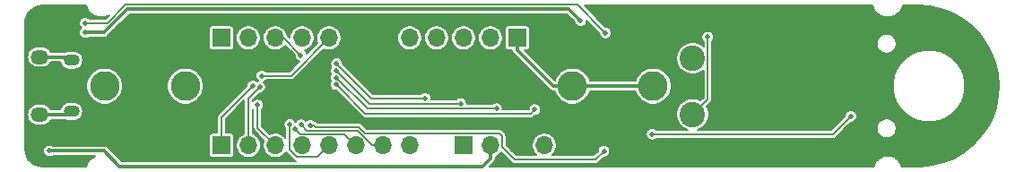
<source format=gbl>
G04 #@! TF.GenerationSoftware,KiCad,Pcbnew,(5.1.5-0-10_14)*
G04 #@! TF.CreationDate,2019-12-31T15:25:18-08:00*
G04 #@! TF.ProjectId,14500,31343530-302e-46b6-9963-61645f706362,rev?*
G04 #@! TF.SameCoordinates,Original*
G04 #@! TF.FileFunction,Copper,L2,Bot*
G04 #@! TF.FilePolarity,Positive*
%FSLAX46Y46*%
G04 Gerber Fmt 4.6, Leading zero omitted, Abs format (unit mm)*
G04 Created by KiCad (PCBNEW (5.1.5-0-10_14)) date 2019-12-31 15:25:18*
%MOMM*%
%LPD*%
G04 APERTURE LIST*
%ADD10C,2.800000*%
%ADD11O,1.700000X1.700000*%
%ADD12R,1.700000X1.700000*%
%ADD13O,1.700000X1.350000*%
%ADD14O,1.500000X1.100000*%
%ADD15C,2.400000*%
%ADD16C,0.508000*%
%ADD17C,0.152400*%
%ADD18C,0.310000*%
G04 APERTURE END LIST*
D10*
X73620000Y-100000000D03*
X66000000Y-100000000D03*
X117800000Y-100000000D03*
X110180000Y-100000000D03*
D11*
X94830000Y-105610000D03*
X92290000Y-105610000D03*
X89750000Y-105610000D03*
X87210000Y-105610000D03*
X84670000Y-105610000D03*
X82130000Y-105610000D03*
X79590000Y-105610000D03*
D12*
X77050000Y-105610000D03*
X99900000Y-105610000D03*
D11*
X102440000Y-105610000D03*
X104980000Y-105610000D03*
X107520000Y-105610000D03*
D13*
X59885000Y-102705000D03*
X59885000Y-97245000D03*
D14*
X62885000Y-102395000D03*
X62885000Y-97555000D03*
D15*
X121530000Y-102675000D03*
X121530000Y-97375000D03*
D12*
X104970000Y-95450000D03*
D11*
X102430000Y-95450000D03*
X99890000Y-95450000D03*
X97350000Y-95450000D03*
X94810000Y-95450000D03*
D12*
X77030000Y-95450000D03*
D11*
X79570000Y-95450000D03*
X82110000Y-95450000D03*
X84650000Y-95450000D03*
X87190000Y-95450000D03*
D16*
X85425000Y-103700000D03*
X113150000Y-106150000D03*
X75550000Y-104275000D03*
X79925000Y-98850000D03*
X81250000Y-102600000D03*
X86775000Y-102800000D03*
X100200000Y-93650000D03*
X103725000Y-93675000D03*
X96575000Y-93725000D03*
X136525000Y-97175000D03*
X88150000Y-102450000D03*
X122950000Y-95375000D03*
X60775000Y-106125000D03*
X110945000Y-93820000D03*
X64175000Y-94950000D03*
X84550000Y-103650000D03*
X84012608Y-104033866D03*
X80650000Y-100082510D03*
X79999941Y-99966031D03*
X80850895Y-99030556D03*
X84525000Y-97075000D03*
X106625000Y-102225000D03*
X87862177Y-99859662D03*
X103000000Y-102125000D03*
X87852128Y-99197844D03*
X99625000Y-101642390D03*
X87879578Y-98538003D03*
X96275000Y-101150000D03*
X87903550Y-97878026D03*
X136475000Y-102850000D03*
X117700000Y-104550000D03*
X83493264Y-103625912D03*
X80450000Y-101800000D03*
X113300000Y-94975000D03*
X64175000Y-94050000D03*
D17*
X85425000Y-103700000D02*
X85575000Y-103850000D01*
X112350000Y-106950000D02*
X113150000Y-106150000D01*
X104723670Y-106950000D02*
X112350000Y-106950000D01*
X103300000Y-104475000D02*
X103518601Y-104693601D01*
X90600000Y-104475000D02*
X103300000Y-104475000D01*
X85959210Y-103875000D02*
X90000000Y-103875000D01*
X103518601Y-104693601D02*
X103518601Y-105744931D01*
X90000000Y-103875000D02*
X90600000Y-104475000D01*
X85784210Y-103700000D02*
X85959210Y-103875000D01*
X103518601Y-105744931D02*
X104723670Y-106950000D01*
X85425000Y-103700000D02*
X85784210Y-103700000D01*
D18*
X62575000Y-97245000D02*
X62885000Y-97555000D01*
X59885000Y-97245000D02*
X62575000Y-97245000D01*
X62575000Y-102705000D02*
X62885000Y-102395000D01*
X59885000Y-102705000D02*
X62575000Y-102705000D01*
X108360000Y-100000000D02*
X110225000Y-100000000D01*
X104970000Y-96610000D02*
X108360000Y-100000000D01*
X104970000Y-95450000D02*
X104970000Y-96610000D01*
X112204898Y-100000000D02*
X117845000Y-100000000D01*
X110225000Y-100000000D02*
X112204898Y-100000000D01*
D17*
X122958601Y-101246399D02*
X121530000Y-102675000D01*
X122950000Y-95375000D02*
X122958601Y-96058601D01*
X122958601Y-96058601D02*
X122958601Y-101246399D01*
D18*
X67425000Y-107575000D02*
X65975000Y-106125000D01*
X65975000Y-106125000D02*
X60775000Y-106125000D01*
X101677081Y-107575000D02*
X67425000Y-107575000D01*
X102440000Y-106812081D02*
X101677081Y-107575000D01*
X102440000Y-105610000D02*
X102440000Y-106812081D01*
X64175000Y-94950000D02*
X65925000Y-94950000D01*
X65925000Y-94950000D02*
X68175000Y-92700000D01*
X109825000Y-92700000D02*
X110945000Y-93820000D01*
X68175000Y-92700000D02*
X109825000Y-92700000D01*
D17*
X84550000Y-103650000D02*
X85104809Y-104204809D01*
X85104809Y-104204809D02*
X89898743Y-104204809D01*
X89898743Y-104204809D02*
X91303934Y-105610000D01*
X91303934Y-105610000D02*
X92290000Y-105610000D01*
X89750000Y-105610000D02*
X88669809Y-104529809D01*
X88669809Y-104529809D02*
X84508551Y-104529809D01*
X84508551Y-104529809D02*
X84266607Y-104287865D01*
X84266607Y-104287865D02*
X84012608Y-104033866D01*
X79590000Y-105610000D02*
X79590000Y-101142510D01*
X79590000Y-101142510D02*
X80650000Y-100082510D01*
X79745942Y-100220030D02*
X79999941Y-99966031D01*
X77050000Y-102915972D02*
X79745942Y-100220030D01*
X77050000Y-105610000D02*
X77050000Y-102915972D01*
X83609444Y-99030556D02*
X80850895Y-99030556D01*
X87190000Y-95450000D02*
X83609444Y-99030556D01*
X82900000Y-95450000D02*
X82110000Y-95450000D01*
X84525000Y-97075000D02*
X82900000Y-95450000D01*
X106625000Y-102225000D02*
X106225000Y-102625000D01*
X106225000Y-102625000D02*
X90627515Y-102625000D01*
X88116176Y-100113661D02*
X87862177Y-99859662D01*
X90627515Y-102625000D02*
X88116176Y-100113661D01*
X90840065Y-102125000D02*
X87912909Y-99197844D01*
X87912909Y-99197844D02*
X87852128Y-99197844D01*
X103000000Y-102125000D02*
X90840065Y-102125000D01*
X99625000Y-101642390D02*
X90983965Y-101642390D01*
X90983965Y-101642390D02*
X88133577Y-98792002D01*
X88133577Y-98792002D02*
X87879578Y-98538003D01*
X96275000Y-101150000D02*
X91175524Y-101150000D01*
X91175524Y-101150000D02*
X88157549Y-98132025D01*
X88157549Y-98132025D02*
X87903550Y-97878026D01*
X134800000Y-104550000D02*
X135175000Y-104175000D01*
X135175000Y-104175000D02*
X136475000Y-102850000D01*
X117700000Y-104550000D02*
X134800000Y-104550000D01*
X87210000Y-105610000D02*
X86131399Y-106688601D01*
X83493264Y-106029594D02*
X83493264Y-103985122D01*
X84152271Y-106688601D02*
X83493264Y-106029594D01*
X86131399Y-106688601D02*
X84152271Y-106688601D01*
X83493264Y-103985122D02*
X83493264Y-103625912D01*
X80450000Y-103930000D02*
X82130000Y-105610000D01*
X80450000Y-101800000D02*
X80450000Y-103930000D01*
X66282494Y-94050000D02*
X68016103Y-92316391D01*
X64175000Y-94050000D02*
X66282494Y-94050000D01*
X110641391Y-92316391D02*
X113046001Y-94721001D01*
X113046001Y-94721001D02*
X113300000Y-94975000D01*
X68016103Y-92316391D02*
X110641391Y-92316391D01*
G36*
X143919991Y-92481818D02*
G01*
X144968638Y-92707585D01*
X145975012Y-93078856D01*
X146919038Y-93588225D01*
X147781872Y-94225524D01*
X148546297Y-94978035D01*
X149197072Y-95830755D01*
X149721204Y-96766660D01*
X150108235Y-97767073D01*
X150350446Y-98812044D01*
X150443004Y-99880719D01*
X150384060Y-100951774D01*
X150174792Y-102003835D01*
X149819376Y-103015915D01*
X149324897Y-103967826D01*
X148701231Y-104840561D01*
X147960814Y-105616718D01*
X147118431Y-106280799D01*
X146190871Y-106819568D01*
X145196657Y-107222266D01*
X144155622Y-107480861D01*
X143078044Y-107591267D01*
X142797443Y-107594799D01*
X141290663Y-107594801D01*
X141255367Y-107483536D01*
X141240905Y-107449793D01*
X141226905Y-107415827D01*
X141224214Y-107410851D01*
X141224214Y-107410850D01*
X141224211Y-107410846D01*
X141130192Y-107239826D01*
X141109452Y-107209536D01*
X141089121Y-107178935D01*
X141085515Y-107174576D01*
X140960065Y-107025070D01*
X140933831Y-106999380D01*
X140907946Y-106973314D01*
X140903562Y-106969739D01*
X140751462Y-106847448D01*
X140720762Y-106827358D01*
X140690287Y-106806802D01*
X140685294Y-106804148D01*
X140685286Y-106804144D01*
X140512336Y-106713727D01*
X140478287Y-106699970D01*
X140444426Y-106685736D01*
X140439022Y-106684106D01*
X140439013Y-106684102D01*
X140439004Y-106684100D01*
X140251785Y-106628999D01*
X140215722Y-106622119D01*
X140179737Y-106614732D01*
X140174113Y-106614182D01*
X140174104Y-106614180D01*
X140174096Y-106614180D01*
X139979745Y-106596492D01*
X139943057Y-106596748D01*
X139906293Y-106596491D01*
X139900663Y-106597044D01*
X139706566Y-106617445D01*
X139670599Y-106624828D01*
X139634517Y-106631711D01*
X139629101Y-106633346D01*
X139442663Y-106691058D01*
X139408794Y-106705295D01*
X139374756Y-106719047D01*
X139369766Y-106721701D01*
X139369761Y-106721703D01*
X139369757Y-106721706D01*
X139198085Y-106814528D01*
X139167637Y-106835066D01*
X139136906Y-106855175D01*
X139132522Y-106858751D01*
X138982144Y-106983155D01*
X138956297Y-107009183D01*
X138930027Y-107034908D01*
X138926422Y-107039268D01*
X138803072Y-107190510D01*
X138782769Y-107221068D01*
X138761999Y-107251402D01*
X138759309Y-107256378D01*
X138667683Y-107428700D01*
X138653678Y-107462680D01*
X138639221Y-107496410D01*
X138637548Y-107501814D01*
X138609474Y-107594800D01*
X102343457Y-107594800D01*
X102766238Y-107172020D01*
X102784748Y-107156829D01*
X102845381Y-107082948D01*
X102890435Y-106998657D01*
X102912577Y-106925664D01*
X102918179Y-106907198D01*
X102927547Y-106812082D01*
X102925200Y-106788252D01*
X102925200Y-106686462D01*
X102999034Y-106655879D01*
X103192333Y-106526721D01*
X103356721Y-106362333D01*
X103438650Y-106239717D01*
X104422193Y-107223259D01*
X104434912Y-107238758D01*
X104450410Y-107251477D01*
X104450415Y-107251482D01*
X104466930Y-107265035D01*
X104496794Y-107289544D01*
X104551186Y-107318617D01*
X104567395Y-107327281D01*
X104644001Y-107350519D01*
X104651274Y-107351235D01*
X104703710Y-107356400D01*
X104703717Y-107356400D01*
X104723670Y-107358365D01*
X104743623Y-107356400D01*
X112330047Y-107356400D01*
X112350000Y-107358365D01*
X112369953Y-107356400D01*
X112369960Y-107356400D01*
X112429668Y-107350519D01*
X112506275Y-107327281D01*
X112576876Y-107289544D01*
X112638758Y-107238758D01*
X112651482Y-107223254D01*
X113140537Y-106734200D01*
X113207539Y-106734200D01*
X113320405Y-106711750D01*
X113426723Y-106667712D01*
X113522406Y-106603778D01*
X113603778Y-106522406D01*
X113667712Y-106426723D01*
X113711750Y-106320405D01*
X113734200Y-106207539D01*
X113734200Y-106092461D01*
X113711750Y-105979595D01*
X113667712Y-105873277D01*
X113603778Y-105777594D01*
X113522406Y-105696222D01*
X113426723Y-105632288D01*
X113320405Y-105588250D01*
X113207539Y-105565800D01*
X113092461Y-105565800D01*
X112979595Y-105588250D01*
X112873277Y-105632288D01*
X112777594Y-105696222D01*
X112696222Y-105777594D01*
X112632288Y-105873277D01*
X112588250Y-105979595D01*
X112565800Y-106092461D01*
X112565800Y-106159463D01*
X112181664Y-106543600D01*
X108247072Y-106543600D01*
X108272333Y-106526721D01*
X108436721Y-106362333D01*
X108565879Y-106169034D01*
X108654845Y-105954252D01*
X108700200Y-105726240D01*
X108700200Y-105493760D01*
X108654845Y-105265748D01*
X108565879Y-105050966D01*
X108436721Y-104857667D01*
X108272333Y-104693279D01*
X108079034Y-104564121D01*
X107906033Y-104492461D01*
X117115800Y-104492461D01*
X117115800Y-104607539D01*
X117138250Y-104720405D01*
X117182288Y-104826723D01*
X117246222Y-104922406D01*
X117327594Y-105003778D01*
X117423277Y-105067712D01*
X117529595Y-105111750D01*
X117642461Y-105134200D01*
X117757539Y-105134200D01*
X117870405Y-105111750D01*
X117976723Y-105067712D01*
X118072406Y-105003778D01*
X118119784Y-104956400D01*
X134780047Y-104956400D01*
X134800000Y-104958365D01*
X134819953Y-104956400D01*
X134819960Y-104956400D01*
X134879668Y-104950519D01*
X134956275Y-104927281D01*
X135026876Y-104889544D01*
X135088758Y-104838758D01*
X135101482Y-104823254D01*
X135449625Y-104475111D01*
X135451113Y-104473866D01*
X135463749Y-104460987D01*
X135476481Y-104448255D01*
X135477710Y-104446758D01*
X136005012Y-103909315D01*
X138929255Y-103909315D01*
X138929255Y-104090685D01*
X138964639Y-104268571D01*
X139034046Y-104436136D01*
X139134811Y-104586941D01*
X139263059Y-104715189D01*
X139413864Y-104815954D01*
X139581429Y-104885361D01*
X139759315Y-104920745D01*
X139940685Y-104920745D01*
X140118571Y-104885361D01*
X140286136Y-104815954D01*
X140436941Y-104715189D01*
X140565189Y-104586941D01*
X140665954Y-104436136D01*
X140735361Y-104268571D01*
X140770745Y-104090685D01*
X140770745Y-103909315D01*
X140735361Y-103731429D01*
X140665954Y-103563864D01*
X140565189Y-103413059D01*
X140436941Y-103284811D01*
X140286136Y-103184046D01*
X140118571Y-103114639D01*
X139940685Y-103079255D01*
X139759315Y-103079255D01*
X139581429Y-103114639D01*
X139413864Y-103184046D01*
X139263059Y-103284811D01*
X139134811Y-103413059D01*
X139034046Y-103563864D01*
X138964639Y-103731429D01*
X138929255Y-103909315D01*
X136005012Y-103909315D01*
X136471163Y-103434200D01*
X136532539Y-103434200D01*
X136645405Y-103411750D01*
X136751723Y-103367712D01*
X136847406Y-103303778D01*
X136928778Y-103222406D01*
X136992712Y-103126723D01*
X137036750Y-103020405D01*
X137059200Y-102907539D01*
X137059200Y-102792461D01*
X137036750Y-102679595D01*
X136992712Y-102573277D01*
X136928778Y-102477594D01*
X136847406Y-102396222D01*
X136751723Y-102332288D01*
X136645405Y-102288250D01*
X136532539Y-102265800D01*
X136417461Y-102265800D01*
X136304595Y-102288250D01*
X136198277Y-102332288D01*
X136102594Y-102396222D01*
X136021222Y-102477594D01*
X135957288Y-102573277D01*
X135913250Y-102679595D01*
X135890800Y-102792461D01*
X135890800Y-102865146D01*
X134886321Y-103888943D01*
X134631664Y-104143600D01*
X121983091Y-104143600D01*
X122254822Y-104031046D01*
X122505446Y-103863584D01*
X122718584Y-103650446D01*
X122886046Y-103399822D01*
X123001395Y-103121343D01*
X123060200Y-102825712D01*
X123060200Y-102524288D01*
X123001395Y-102228657D01*
X122886046Y-101950178D01*
X122863420Y-101916316D01*
X123231861Y-101547876D01*
X123247359Y-101535157D01*
X123260078Y-101519659D01*
X123260083Y-101519654D01*
X123287608Y-101486114D01*
X123298145Y-101473275D01*
X123335882Y-101402674D01*
X123347108Y-101365667D01*
X123359120Y-101326068D01*
X123361069Y-101306275D01*
X123365001Y-101266359D01*
X123365001Y-101266352D01*
X123366966Y-101246399D01*
X123365001Y-101226446D01*
X123365001Y-99664272D01*
X140441293Y-99664272D01*
X140441293Y-100335728D01*
X140572288Y-100994283D01*
X140829243Y-101614628D01*
X141202285Y-102172924D01*
X141677076Y-102647715D01*
X142235372Y-103020757D01*
X142855717Y-103277712D01*
X143514272Y-103408707D01*
X144185728Y-103408707D01*
X144844283Y-103277712D01*
X145464628Y-103020757D01*
X146022924Y-102647715D01*
X146497715Y-102172924D01*
X146870757Y-101614628D01*
X147127712Y-100994283D01*
X147258707Y-100335728D01*
X147258707Y-99664272D01*
X147127712Y-99005717D01*
X146870757Y-98385372D01*
X146497715Y-97827076D01*
X146022924Y-97352285D01*
X145464628Y-96979243D01*
X144844283Y-96722288D01*
X144185728Y-96591293D01*
X143514272Y-96591293D01*
X142855717Y-96722288D01*
X142235372Y-96979243D01*
X141677076Y-97352285D01*
X141202285Y-97827076D01*
X140829243Y-98385372D01*
X140572288Y-99005717D01*
X140441293Y-99664272D01*
X123365001Y-99664272D01*
X123365001Y-96075987D01*
X123365219Y-96073446D01*
X123365001Y-96056119D01*
X123365001Y-96038641D01*
X123364749Y-96036081D01*
X123363155Y-95909315D01*
X138929255Y-95909315D01*
X138929255Y-96090685D01*
X138964639Y-96268571D01*
X139034046Y-96436136D01*
X139134811Y-96586941D01*
X139263059Y-96715189D01*
X139413864Y-96815954D01*
X139581429Y-96885361D01*
X139759315Y-96920745D01*
X139940685Y-96920745D01*
X140118571Y-96885361D01*
X140286136Y-96815954D01*
X140436941Y-96715189D01*
X140565189Y-96586941D01*
X140665954Y-96436136D01*
X140735361Y-96268571D01*
X140770745Y-96090685D01*
X140770745Y-95909315D01*
X140735361Y-95731429D01*
X140665954Y-95563864D01*
X140565189Y-95413059D01*
X140436941Y-95284811D01*
X140286136Y-95184046D01*
X140118571Y-95114639D01*
X139940685Y-95079255D01*
X139759315Y-95079255D01*
X139581429Y-95114639D01*
X139413864Y-95184046D01*
X139263059Y-95284811D01*
X139134811Y-95413059D01*
X139034046Y-95563864D01*
X138964639Y-95731429D01*
X138929255Y-95909315D01*
X123363155Y-95909315D01*
X123361647Y-95789537D01*
X123403778Y-95747406D01*
X123467712Y-95651723D01*
X123511750Y-95545405D01*
X123534200Y-95432539D01*
X123534200Y-95317461D01*
X123511750Y-95204595D01*
X123467712Y-95098277D01*
X123403778Y-95002594D01*
X123322406Y-94921222D01*
X123226723Y-94857288D01*
X123120405Y-94813250D01*
X123007539Y-94790800D01*
X122892461Y-94790800D01*
X122779595Y-94813250D01*
X122673277Y-94857288D01*
X122577594Y-94921222D01*
X122496222Y-95002594D01*
X122432288Y-95098277D01*
X122388250Y-95204595D01*
X122365800Y-95317461D01*
X122365800Y-95432539D01*
X122388250Y-95545405D01*
X122432288Y-95651723D01*
X122496222Y-95747406D01*
X122548917Y-95800101D01*
X122552201Y-96061100D01*
X122552201Y-96233171D01*
X122505446Y-96186416D01*
X122254822Y-96018954D01*
X121976343Y-95903605D01*
X121680712Y-95844800D01*
X121379288Y-95844800D01*
X121083657Y-95903605D01*
X120805178Y-96018954D01*
X120554554Y-96186416D01*
X120341416Y-96399554D01*
X120173954Y-96650178D01*
X120058605Y-96928657D01*
X119999800Y-97224288D01*
X119999800Y-97525712D01*
X120058605Y-97821343D01*
X120173954Y-98099822D01*
X120341416Y-98350446D01*
X120554554Y-98563584D01*
X120805178Y-98731046D01*
X121083657Y-98846395D01*
X121379288Y-98905200D01*
X121680712Y-98905200D01*
X121976343Y-98846395D01*
X122254822Y-98731046D01*
X122505446Y-98563584D01*
X122552201Y-98516829D01*
X122552202Y-101078061D01*
X122288684Y-101341580D01*
X122254822Y-101318954D01*
X121976343Y-101203605D01*
X121680712Y-101144800D01*
X121379288Y-101144800D01*
X121083657Y-101203605D01*
X120805178Y-101318954D01*
X120554554Y-101486416D01*
X120341416Y-101699554D01*
X120173954Y-101950178D01*
X120058605Y-102228657D01*
X119999800Y-102524288D01*
X119999800Y-102825712D01*
X120058605Y-103121343D01*
X120173954Y-103399822D01*
X120341416Y-103650446D01*
X120554554Y-103863584D01*
X120805178Y-104031046D01*
X121076909Y-104143600D01*
X118119784Y-104143600D01*
X118072406Y-104096222D01*
X117976723Y-104032288D01*
X117870405Y-103988250D01*
X117757539Y-103965800D01*
X117642461Y-103965800D01*
X117529595Y-103988250D01*
X117423277Y-104032288D01*
X117327594Y-104096222D01*
X117246222Y-104177594D01*
X117182288Y-104273277D01*
X117138250Y-104379595D01*
X117115800Y-104492461D01*
X107906033Y-104492461D01*
X107864252Y-104475155D01*
X107636240Y-104429800D01*
X107403760Y-104429800D01*
X107175748Y-104475155D01*
X106960966Y-104564121D01*
X106767667Y-104693279D01*
X106603279Y-104857667D01*
X106474121Y-105050966D01*
X106385155Y-105265748D01*
X106339800Y-105493760D01*
X106339800Y-105726240D01*
X106385155Y-105954252D01*
X106474121Y-106169034D01*
X106603279Y-106362333D01*
X106767667Y-106526721D01*
X106792928Y-106543600D01*
X104892007Y-106543600D01*
X103925001Y-105576595D01*
X103925001Y-104713553D01*
X103926966Y-104693600D01*
X103925001Y-104673647D01*
X103925001Y-104673641D01*
X103919120Y-104613933D01*
X103917769Y-104609477D01*
X103907672Y-104576193D01*
X103895882Y-104537326D01*
X103858145Y-104466725D01*
X103807359Y-104404843D01*
X103791851Y-104392116D01*
X103601481Y-104201745D01*
X103588758Y-104186242D01*
X103526876Y-104135456D01*
X103456275Y-104097719D01*
X103379668Y-104074481D01*
X103319960Y-104068600D01*
X103319953Y-104068600D01*
X103300000Y-104066635D01*
X103280047Y-104068600D01*
X90768336Y-104068600D01*
X90301482Y-103601746D01*
X90288758Y-103586242D01*
X90226876Y-103535456D01*
X90156275Y-103497719D01*
X90079668Y-103474481D01*
X90019960Y-103468600D01*
X90019953Y-103468600D01*
X90000000Y-103466635D01*
X89980047Y-103468600D01*
X86127546Y-103468600D01*
X86085693Y-103426747D01*
X86072968Y-103411242D01*
X86011086Y-103360456D01*
X85940485Y-103322719D01*
X85863878Y-103299481D01*
X85849221Y-103298037D01*
X85797406Y-103246222D01*
X85701723Y-103182288D01*
X85595405Y-103138250D01*
X85482539Y-103115800D01*
X85367461Y-103115800D01*
X85254595Y-103138250D01*
X85148277Y-103182288D01*
X85052594Y-103246222D01*
X85010765Y-103288051D01*
X85003778Y-103277594D01*
X84922406Y-103196222D01*
X84826723Y-103132288D01*
X84720405Y-103088250D01*
X84607539Y-103065800D01*
X84492461Y-103065800D01*
X84379595Y-103088250D01*
X84273277Y-103132288D01*
X84177594Y-103196222D01*
X84096222Y-103277594D01*
X84032288Y-103373277D01*
X84026621Y-103386959D01*
X84010976Y-103349189D01*
X83947042Y-103253506D01*
X83865670Y-103172134D01*
X83769987Y-103108200D01*
X83663669Y-103064162D01*
X83550803Y-103041712D01*
X83435725Y-103041712D01*
X83322859Y-103064162D01*
X83216541Y-103108200D01*
X83120858Y-103172134D01*
X83039486Y-103253506D01*
X82975552Y-103349189D01*
X82931514Y-103455507D01*
X82909064Y-103568373D01*
X82909064Y-103683451D01*
X82931514Y-103796317D01*
X82975552Y-103902635D01*
X83039486Y-103998318D01*
X83086865Y-104045697D01*
X83086865Y-104917746D01*
X83046721Y-104857667D01*
X82882333Y-104693279D01*
X82689034Y-104564121D01*
X82474252Y-104475155D01*
X82246240Y-104429800D01*
X82013760Y-104429800D01*
X81785748Y-104475155D01*
X81633115Y-104538378D01*
X80856400Y-103761664D01*
X80856400Y-102219784D01*
X80903778Y-102172406D01*
X80967712Y-102076723D01*
X81011750Y-101970405D01*
X81034200Y-101857539D01*
X81034200Y-101742461D01*
X81011750Y-101629595D01*
X80967712Y-101523277D01*
X80903778Y-101427594D01*
X80822406Y-101346222D01*
X80726723Y-101282288D01*
X80620405Y-101238250D01*
X80507539Y-101215800D01*
X80392461Y-101215800D01*
X80279595Y-101238250D01*
X80173277Y-101282288D01*
X80077594Y-101346222D01*
X79996400Y-101427416D01*
X79996400Y-101310846D01*
X80640536Y-100666710D01*
X80707539Y-100666710D01*
X80820405Y-100644260D01*
X80926723Y-100600222D01*
X81022406Y-100536288D01*
X81103778Y-100454916D01*
X81167712Y-100359233D01*
X81211750Y-100252915D01*
X81234200Y-100140049D01*
X81234200Y-100024971D01*
X81211750Y-99912105D01*
X81167712Y-99805787D01*
X81103778Y-99710104D01*
X81022406Y-99628732D01*
X80980143Y-99600492D01*
X81021300Y-99592306D01*
X81127618Y-99548268D01*
X81223301Y-99484334D01*
X81270679Y-99436956D01*
X83589491Y-99436956D01*
X83609444Y-99438921D01*
X83629397Y-99436956D01*
X83629404Y-99436956D01*
X83689112Y-99431075D01*
X83765719Y-99407837D01*
X83836320Y-99370100D01*
X83898202Y-99319314D01*
X83910926Y-99303810D01*
X84074431Y-99140305D01*
X87267928Y-99140305D01*
X87267928Y-99255383D01*
X87290378Y-99368249D01*
X87334416Y-99474567D01*
X87375647Y-99536273D01*
X87344465Y-99582939D01*
X87300427Y-99689257D01*
X87277977Y-99802123D01*
X87277977Y-99917201D01*
X87300427Y-100030067D01*
X87344465Y-100136385D01*
X87408399Y-100232068D01*
X87489771Y-100313440D01*
X87585454Y-100377374D01*
X87691772Y-100421412D01*
X87804638Y-100443862D01*
X87871641Y-100443862D01*
X90326038Y-102898260D01*
X90338757Y-102913758D01*
X90354255Y-102926477D01*
X90354260Y-102926482D01*
X90375261Y-102943717D01*
X90400639Y-102964544D01*
X90449119Y-102990457D01*
X90471240Y-103002281D01*
X90547846Y-103025519D01*
X90555119Y-103026235D01*
X90607555Y-103031400D01*
X90607562Y-103031400D01*
X90627515Y-103033365D01*
X90647468Y-103031400D01*
X106205047Y-103031400D01*
X106225000Y-103033365D01*
X106244953Y-103031400D01*
X106244960Y-103031400D01*
X106304668Y-103025519D01*
X106381275Y-103002281D01*
X106451876Y-102964544D01*
X106513758Y-102913758D01*
X106526482Y-102898254D01*
X106615536Y-102809200D01*
X106682539Y-102809200D01*
X106795405Y-102786750D01*
X106901723Y-102742712D01*
X106997406Y-102678778D01*
X107078778Y-102597406D01*
X107142712Y-102501723D01*
X107186750Y-102395405D01*
X107209200Y-102282539D01*
X107209200Y-102167461D01*
X107186750Y-102054595D01*
X107142712Y-101948277D01*
X107078778Y-101852594D01*
X106997406Y-101771222D01*
X106901723Y-101707288D01*
X106795405Y-101663250D01*
X106682539Y-101640800D01*
X106567461Y-101640800D01*
X106454595Y-101663250D01*
X106348277Y-101707288D01*
X106252594Y-101771222D01*
X106171222Y-101852594D01*
X106107288Y-101948277D01*
X106063250Y-102054595D01*
X106040800Y-102167461D01*
X106040800Y-102218600D01*
X103577027Y-102218600D01*
X103584200Y-102182539D01*
X103584200Y-102067461D01*
X103561750Y-101954595D01*
X103517712Y-101848277D01*
X103453778Y-101752594D01*
X103372406Y-101671222D01*
X103276723Y-101607288D01*
X103170405Y-101563250D01*
X103057539Y-101540800D01*
X102942461Y-101540800D01*
X102829595Y-101563250D01*
X102723277Y-101607288D01*
X102627594Y-101671222D01*
X102580216Y-101718600D01*
X100205486Y-101718600D01*
X100209200Y-101699929D01*
X100209200Y-101584851D01*
X100186750Y-101471985D01*
X100142712Y-101365667D01*
X100078778Y-101269984D01*
X99997406Y-101188612D01*
X99901723Y-101124678D01*
X99795405Y-101080640D01*
X99682539Y-101058190D01*
X99567461Y-101058190D01*
X99454595Y-101080640D01*
X99348277Y-101124678D01*
X99252594Y-101188612D01*
X99205216Y-101235990D01*
X96853541Y-101235990D01*
X96859200Y-101207539D01*
X96859200Y-101092461D01*
X96836750Y-100979595D01*
X96792712Y-100873277D01*
X96728778Y-100777594D01*
X96647406Y-100696222D01*
X96551723Y-100632288D01*
X96445405Y-100588250D01*
X96332539Y-100565800D01*
X96217461Y-100565800D01*
X96104595Y-100588250D01*
X95998277Y-100632288D01*
X95902594Y-100696222D01*
X95855216Y-100743600D01*
X91343860Y-100743600D01*
X88487750Y-97887490D01*
X88487750Y-97820487D01*
X88465300Y-97707621D01*
X88421262Y-97601303D01*
X88357328Y-97505620D01*
X88275956Y-97424248D01*
X88180273Y-97360314D01*
X88073955Y-97316276D01*
X87961089Y-97293826D01*
X87846011Y-97293826D01*
X87733145Y-97316276D01*
X87626827Y-97360314D01*
X87531144Y-97424248D01*
X87449772Y-97505620D01*
X87385838Y-97601303D01*
X87341800Y-97707621D01*
X87319350Y-97820487D01*
X87319350Y-97935565D01*
X87341800Y-98048431D01*
X87385838Y-98154749D01*
X87409443Y-98190076D01*
X87361866Y-98261280D01*
X87317828Y-98367598D01*
X87295378Y-98480464D01*
X87295378Y-98595542D01*
X87317828Y-98708408D01*
X87361866Y-98814726D01*
X87383687Y-98847383D01*
X87334416Y-98921121D01*
X87290378Y-99027439D01*
X87267928Y-99140305D01*
X84074431Y-99140305D01*
X86693115Y-96521622D01*
X86845748Y-96584845D01*
X87073760Y-96630200D01*
X87306240Y-96630200D01*
X87534252Y-96584845D01*
X87749034Y-96495879D01*
X87942333Y-96366721D01*
X88106721Y-96202333D01*
X88235879Y-96009034D01*
X88324845Y-95794252D01*
X88370200Y-95566240D01*
X88370200Y-95333760D01*
X93629800Y-95333760D01*
X93629800Y-95566240D01*
X93675155Y-95794252D01*
X93764121Y-96009034D01*
X93893279Y-96202333D01*
X94057667Y-96366721D01*
X94250966Y-96495879D01*
X94465748Y-96584845D01*
X94693760Y-96630200D01*
X94926240Y-96630200D01*
X95154252Y-96584845D01*
X95369034Y-96495879D01*
X95562333Y-96366721D01*
X95726721Y-96202333D01*
X95855879Y-96009034D01*
X95944845Y-95794252D01*
X95990200Y-95566240D01*
X95990200Y-95333760D01*
X96169800Y-95333760D01*
X96169800Y-95566240D01*
X96215155Y-95794252D01*
X96304121Y-96009034D01*
X96433279Y-96202333D01*
X96597667Y-96366721D01*
X96790966Y-96495879D01*
X97005748Y-96584845D01*
X97233760Y-96630200D01*
X97466240Y-96630200D01*
X97694252Y-96584845D01*
X97909034Y-96495879D01*
X98102333Y-96366721D01*
X98266721Y-96202333D01*
X98395879Y-96009034D01*
X98484845Y-95794252D01*
X98530200Y-95566240D01*
X98530200Y-95333760D01*
X98709800Y-95333760D01*
X98709800Y-95566240D01*
X98755155Y-95794252D01*
X98844121Y-96009034D01*
X98973279Y-96202333D01*
X99137667Y-96366721D01*
X99330966Y-96495879D01*
X99545748Y-96584845D01*
X99773760Y-96630200D01*
X100006240Y-96630200D01*
X100234252Y-96584845D01*
X100449034Y-96495879D01*
X100642333Y-96366721D01*
X100806721Y-96202333D01*
X100935879Y-96009034D01*
X101024845Y-95794252D01*
X101070200Y-95566240D01*
X101070200Y-95333760D01*
X101249800Y-95333760D01*
X101249800Y-95566240D01*
X101295155Y-95794252D01*
X101384121Y-96009034D01*
X101513279Y-96202333D01*
X101677667Y-96366721D01*
X101870966Y-96495879D01*
X102085748Y-96584845D01*
X102313760Y-96630200D01*
X102546240Y-96630200D01*
X102774252Y-96584845D01*
X102989034Y-96495879D01*
X103182333Y-96366721D01*
X103346721Y-96202333D01*
X103475879Y-96009034D01*
X103564845Y-95794252D01*
X103610200Y-95566240D01*
X103610200Y-95333760D01*
X103564845Y-95105748D01*
X103475879Y-94890966D01*
X103346721Y-94697667D01*
X103249054Y-94600000D01*
X103788203Y-94600000D01*
X103788203Y-96300000D01*
X103794578Y-96364730D01*
X103813460Y-96426973D01*
X103844121Y-96484337D01*
X103885384Y-96534616D01*
X103935663Y-96575879D01*
X103993027Y-96606540D01*
X104055270Y-96625422D01*
X104120000Y-96631797D01*
X104484600Y-96631797D01*
X104491821Y-96705115D01*
X104507698Y-96757453D01*
X104519566Y-96796576D01*
X104564620Y-96880867D01*
X104625253Y-96954748D01*
X104643768Y-96969943D01*
X108000057Y-100326233D01*
X108015252Y-100344748D01*
X108089133Y-100405381D01*
X108173424Y-100450435D01*
X108264884Y-100478179D01*
X108360000Y-100487547D01*
X108383830Y-100485200D01*
X108512415Y-100485200D01*
X108516290Y-100504681D01*
X108646716Y-100819557D01*
X108836066Y-101102938D01*
X109077062Y-101343934D01*
X109360443Y-101533284D01*
X109675319Y-101663710D01*
X110009590Y-101730200D01*
X110350410Y-101730200D01*
X110684681Y-101663710D01*
X110999557Y-101533284D01*
X111282938Y-101343934D01*
X111523934Y-101102938D01*
X111713284Y-100819557D01*
X111843710Y-100504681D01*
X111847585Y-100485200D01*
X116132415Y-100485200D01*
X116136290Y-100504681D01*
X116266716Y-100819557D01*
X116456066Y-101102938D01*
X116697062Y-101343934D01*
X116980443Y-101533284D01*
X117295319Y-101663710D01*
X117629590Y-101730200D01*
X117970410Y-101730200D01*
X118304681Y-101663710D01*
X118619557Y-101533284D01*
X118902938Y-101343934D01*
X119143934Y-101102938D01*
X119333284Y-100819557D01*
X119463710Y-100504681D01*
X119530200Y-100170410D01*
X119530200Y-99829590D01*
X119463710Y-99495319D01*
X119333284Y-99180443D01*
X119143934Y-98897062D01*
X118902938Y-98656066D01*
X118619557Y-98466716D01*
X118304681Y-98336290D01*
X117970410Y-98269800D01*
X117629590Y-98269800D01*
X117295319Y-98336290D01*
X116980443Y-98466716D01*
X116697062Y-98656066D01*
X116456066Y-98897062D01*
X116266716Y-99180443D01*
X116136290Y-99495319D01*
X116132415Y-99514800D01*
X111847585Y-99514800D01*
X111843710Y-99495319D01*
X111713284Y-99180443D01*
X111523934Y-98897062D01*
X111282938Y-98656066D01*
X110999557Y-98466716D01*
X110684681Y-98336290D01*
X110350410Y-98269800D01*
X110009590Y-98269800D01*
X109675319Y-98336290D01*
X109360443Y-98466716D01*
X109077062Y-98656066D01*
X108836066Y-98897062D01*
X108646716Y-99180443D01*
X108523672Y-99477496D01*
X105677972Y-96631797D01*
X105820000Y-96631797D01*
X105884730Y-96625422D01*
X105946973Y-96606540D01*
X106004337Y-96575879D01*
X106054616Y-96534616D01*
X106095879Y-96484337D01*
X106126540Y-96426973D01*
X106145422Y-96364730D01*
X106151797Y-96300000D01*
X106151797Y-94600000D01*
X106145422Y-94535270D01*
X106126540Y-94473027D01*
X106095879Y-94415663D01*
X106054616Y-94365384D01*
X106004337Y-94324121D01*
X105946973Y-94293460D01*
X105884730Y-94274578D01*
X105820000Y-94268203D01*
X104120000Y-94268203D01*
X104055270Y-94274578D01*
X103993027Y-94293460D01*
X103935663Y-94324121D01*
X103885384Y-94365384D01*
X103844121Y-94415663D01*
X103813460Y-94473027D01*
X103794578Y-94535270D01*
X103788203Y-94600000D01*
X103249054Y-94600000D01*
X103182333Y-94533279D01*
X102989034Y-94404121D01*
X102774252Y-94315155D01*
X102546240Y-94269800D01*
X102313760Y-94269800D01*
X102085748Y-94315155D01*
X101870966Y-94404121D01*
X101677667Y-94533279D01*
X101513279Y-94697667D01*
X101384121Y-94890966D01*
X101295155Y-95105748D01*
X101249800Y-95333760D01*
X101070200Y-95333760D01*
X101024845Y-95105748D01*
X100935879Y-94890966D01*
X100806721Y-94697667D01*
X100642333Y-94533279D01*
X100449034Y-94404121D01*
X100234252Y-94315155D01*
X100006240Y-94269800D01*
X99773760Y-94269800D01*
X99545748Y-94315155D01*
X99330966Y-94404121D01*
X99137667Y-94533279D01*
X98973279Y-94697667D01*
X98844121Y-94890966D01*
X98755155Y-95105748D01*
X98709800Y-95333760D01*
X98530200Y-95333760D01*
X98484845Y-95105748D01*
X98395879Y-94890966D01*
X98266721Y-94697667D01*
X98102333Y-94533279D01*
X97909034Y-94404121D01*
X97694252Y-94315155D01*
X97466240Y-94269800D01*
X97233760Y-94269800D01*
X97005748Y-94315155D01*
X96790966Y-94404121D01*
X96597667Y-94533279D01*
X96433279Y-94697667D01*
X96304121Y-94890966D01*
X96215155Y-95105748D01*
X96169800Y-95333760D01*
X95990200Y-95333760D01*
X95944845Y-95105748D01*
X95855879Y-94890966D01*
X95726721Y-94697667D01*
X95562333Y-94533279D01*
X95369034Y-94404121D01*
X95154252Y-94315155D01*
X94926240Y-94269800D01*
X94693760Y-94269800D01*
X94465748Y-94315155D01*
X94250966Y-94404121D01*
X94057667Y-94533279D01*
X93893279Y-94697667D01*
X93764121Y-94890966D01*
X93675155Y-95105748D01*
X93629800Y-95333760D01*
X88370200Y-95333760D01*
X88324845Y-95105748D01*
X88235879Y-94890966D01*
X88106721Y-94697667D01*
X87942333Y-94533279D01*
X87749034Y-94404121D01*
X87534252Y-94315155D01*
X87306240Y-94269800D01*
X87073760Y-94269800D01*
X86845748Y-94315155D01*
X86630966Y-94404121D01*
X86437667Y-94533279D01*
X86273279Y-94697667D01*
X86144121Y-94890966D01*
X86055155Y-95105748D01*
X86009800Y-95333760D01*
X86009800Y-95566240D01*
X86055155Y-95794252D01*
X86118378Y-95946885D01*
X85099014Y-96966250D01*
X85086750Y-96904595D01*
X85042712Y-96798277D01*
X84978778Y-96702594D01*
X84897406Y-96621222D01*
X84877670Y-96608035D01*
X84994252Y-96584845D01*
X85209034Y-96495879D01*
X85402333Y-96366721D01*
X85566721Y-96202333D01*
X85695879Y-96009034D01*
X85784845Y-95794252D01*
X85830200Y-95566240D01*
X85830200Y-95333760D01*
X85784845Y-95105748D01*
X85695879Y-94890966D01*
X85566721Y-94697667D01*
X85402333Y-94533279D01*
X85209034Y-94404121D01*
X84994252Y-94315155D01*
X84766240Y-94269800D01*
X84533760Y-94269800D01*
X84305748Y-94315155D01*
X84090966Y-94404121D01*
X83897667Y-94533279D01*
X83733279Y-94697667D01*
X83604121Y-94890966D01*
X83515155Y-95105748D01*
X83469800Y-95333760D01*
X83469800Y-95445064D01*
X83273242Y-95248506D01*
X83244845Y-95105748D01*
X83155879Y-94890966D01*
X83026721Y-94697667D01*
X82862333Y-94533279D01*
X82669034Y-94404121D01*
X82454252Y-94315155D01*
X82226240Y-94269800D01*
X81993760Y-94269800D01*
X81765748Y-94315155D01*
X81550966Y-94404121D01*
X81357667Y-94533279D01*
X81193279Y-94697667D01*
X81064121Y-94890966D01*
X80975155Y-95105748D01*
X80929800Y-95333760D01*
X80929800Y-95566240D01*
X80975155Y-95794252D01*
X81064121Y-96009034D01*
X81193279Y-96202333D01*
X81357667Y-96366721D01*
X81550966Y-96495879D01*
X81765748Y-96584845D01*
X81993760Y-96630200D01*
X82226240Y-96630200D01*
X82454252Y-96584845D01*
X82669034Y-96495879D01*
X82862333Y-96366721D01*
X83026721Y-96202333D01*
X83047099Y-96171835D01*
X83940800Y-97065537D01*
X83940800Y-97132539D01*
X83963250Y-97245405D01*
X84007288Y-97351723D01*
X84071222Y-97447406D01*
X84152594Y-97528778D01*
X84248277Y-97592712D01*
X84354595Y-97636750D01*
X84416250Y-97649014D01*
X83441108Y-98624156D01*
X81270679Y-98624156D01*
X81223301Y-98576778D01*
X81127618Y-98512844D01*
X81021300Y-98468806D01*
X80908434Y-98446356D01*
X80793356Y-98446356D01*
X80680490Y-98468806D01*
X80574172Y-98512844D01*
X80478489Y-98576778D01*
X80397117Y-98658150D01*
X80333183Y-98753833D01*
X80289145Y-98860151D01*
X80266695Y-98973017D01*
X80266695Y-99088095D01*
X80289145Y-99200961D01*
X80333183Y-99307279D01*
X80397117Y-99402962D01*
X80478489Y-99484334D01*
X80520752Y-99512574D01*
X80479595Y-99520760D01*
X80409774Y-99549680D01*
X80372347Y-99512253D01*
X80276664Y-99448319D01*
X80170346Y-99404281D01*
X80057480Y-99381831D01*
X79942402Y-99381831D01*
X79829536Y-99404281D01*
X79723218Y-99448319D01*
X79627535Y-99512253D01*
X79546163Y-99593625D01*
X79482229Y-99689308D01*
X79438191Y-99795626D01*
X79415741Y-99908492D01*
X79415741Y-99975494D01*
X76776741Y-102614495D01*
X76761243Y-102627214D01*
X76748524Y-102642712D01*
X76748518Y-102642718D01*
X76729521Y-102665867D01*
X76710457Y-102689096D01*
X76709899Y-102690140D01*
X76672719Y-102759698D01*
X76649481Y-102836304D01*
X76641635Y-102915972D01*
X76643601Y-102935935D01*
X76643600Y-104428203D01*
X76200000Y-104428203D01*
X76135270Y-104434578D01*
X76073027Y-104453460D01*
X76015663Y-104484121D01*
X75965384Y-104525384D01*
X75924121Y-104575663D01*
X75893460Y-104633027D01*
X75874578Y-104695270D01*
X75868203Y-104760000D01*
X75868203Y-106460000D01*
X75874578Y-106524730D01*
X75893460Y-106586973D01*
X75924121Y-106644337D01*
X75965384Y-106694616D01*
X76015663Y-106735879D01*
X76073027Y-106766540D01*
X76135270Y-106785422D01*
X76200000Y-106791797D01*
X77900000Y-106791797D01*
X77964730Y-106785422D01*
X78026973Y-106766540D01*
X78084337Y-106735879D01*
X78134616Y-106694616D01*
X78175879Y-106644337D01*
X78206540Y-106586973D01*
X78225422Y-106524730D01*
X78231797Y-106460000D01*
X78231797Y-104760000D01*
X78225422Y-104695270D01*
X78206540Y-104633027D01*
X78175879Y-104575663D01*
X78134616Y-104525384D01*
X78084337Y-104484121D01*
X78026973Y-104453460D01*
X77964730Y-104434578D01*
X77900000Y-104428203D01*
X77456400Y-104428203D01*
X77456400Y-103084308D01*
X79183601Y-101357108D01*
X79183600Y-104500898D01*
X79030966Y-104564121D01*
X78837667Y-104693279D01*
X78673279Y-104857667D01*
X78544121Y-105050966D01*
X78455155Y-105265748D01*
X78409800Y-105493760D01*
X78409800Y-105726240D01*
X78455155Y-105954252D01*
X78544121Y-106169034D01*
X78673279Y-106362333D01*
X78837667Y-106526721D01*
X79030966Y-106655879D01*
X79245748Y-106744845D01*
X79473760Y-106790200D01*
X79706240Y-106790200D01*
X79934252Y-106744845D01*
X80149034Y-106655879D01*
X80342333Y-106526721D01*
X80506721Y-106362333D01*
X80635879Y-106169034D01*
X80724845Y-105954252D01*
X80770200Y-105726240D01*
X80770200Y-105493760D01*
X80724845Y-105265748D01*
X80635879Y-105050966D01*
X80506721Y-104857667D01*
X80342333Y-104693279D01*
X80149034Y-104564121D01*
X79996400Y-104500898D01*
X79996400Y-102172584D01*
X80043600Y-102219784D01*
X80043601Y-103910037D01*
X80041635Y-103930000D01*
X80049481Y-104009668D01*
X80072719Y-104086274D01*
X80083477Y-104106400D01*
X80110457Y-104156876D01*
X80119350Y-104167712D01*
X80148518Y-104203254D01*
X80148524Y-104203260D01*
X80161243Y-104218758D01*
X80176741Y-104231477D01*
X81058378Y-105113115D01*
X80995155Y-105265748D01*
X80949800Y-105493760D01*
X80949800Y-105726240D01*
X80995155Y-105954252D01*
X81084121Y-106169034D01*
X81213279Y-106362333D01*
X81377667Y-106526721D01*
X81570966Y-106655879D01*
X81785748Y-106744845D01*
X82013760Y-106790200D01*
X82246240Y-106790200D01*
X82474252Y-106744845D01*
X82689034Y-106655879D01*
X82882333Y-106526721D01*
X83046721Y-106362333D01*
X83137604Y-106226317D01*
X83153720Y-106256469D01*
X83204506Y-106318352D01*
X83220010Y-106331076D01*
X83850793Y-106961860D01*
X83863513Y-106977359D01*
X83879011Y-106990078D01*
X83879016Y-106990083D01*
X83894214Y-107002555D01*
X83925395Y-107028145D01*
X83984928Y-107059966D01*
X83995996Y-107065882D01*
X84072602Y-107089120D01*
X84079507Y-107089800D01*
X67625976Y-107089800D01*
X66334947Y-105798772D01*
X66319748Y-105780252D01*
X66245867Y-105719619D01*
X66161576Y-105674565D01*
X66070116Y-105646821D01*
X65998830Y-105639800D01*
X65975000Y-105637453D01*
X65951170Y-105639800D01*
X61100380Y-105639800D01*
X61051723Y-105607288D01*
X60945405Y-105563250D01*
X60832539Y-105540800D01*
X60717461Y-105540800D01*
X60604595Y-105563250D01*
X60498277Y-105607288D01*
X60402594Y-105671222D01*
X60321222Y-105752594D01*
X60257288Y-105848277D01*
X60213250Y-105954595D01*
X60190800Y-106067461D01*
X60190800Y-106182539D01*
X60213250Y-106295405D01*
X60257288Y-106401723D01*
X60321222Y-106497406D01*
X60402594Y-106578778D01*
X60498277Y-106642712D01*
X60604595Y-106686750D01*
X60717461Y-106709200D01*
X60832539Y-106709200D01*
X60945405Y-106686750D01*
X61051723Y-106642712D01*
X61100380Y-106610200D01*
X65126965Y-106610200D01*
X65120078Y-106613095D01*
X65086005Y-106626861D01*
X65081010Y-106629517D01*
X64892165Y-106731625D01*
X64861728Y-106752155D01*
X64830988Y-106772270D01*
X64826605Y-106775846D01*
X64661189Y-106912689D01*
X64635323Y-106938736D01*
X64609069Y-106964445D01*
X64605464Y-106968804D01*
X64469779Y-107135171D01*
X64449466Y-107165745D01*
X64428707Y-107196062D01*
X64426017Y-107201039D01*
X64325229Y-107390593D01*
X64311232Y-107424552D01*
X64296766Y-107458303D01*
X64295093Y-107463707D01*
X64255514Y-107594800D01*
X60119817Y-107594800D01*
X59790612Y-107562521D01*
X59493008Y-107472669D01*
X59218529Y-107326725D01*
X58977620Y-107130245D01*
X58779462Y-106890714D01*
X58631604Y-106617256D01*
X58539677Y-106320286D01*
X58505200Y-105992263D01*
X58505200Y-102705000D01*
X58699937Y-102705000D01*
X58719345Y-102902054D01*
X58776823Y-103091534D01*
X58870163Y-103266161D01*
X58995778Y-103419222D01*
X59148839Y-103544837D01*
X59323466Y-103638177D01*
X59512946Y-103695655D01*
X59660625Y-103710200D01*
X60109375Y-103710200D01*
X60257054Y-103695655D01*
X60446534Y-103638177D01*
X60621161Y-103544837D01*
X60774222Y-103419222D01*
X60899837Y-103266161D01*
X60940439Y-103190200D01*
X62305499Y-103190200D01*
X62346533Y-103212133D01*
X62512451Y-103262463D01*
X62641769Y-103275200D01*
X63128231Y-103275200D01*
X63257549Y-103262463D01*
X63423467Y-103212133D01*
X63576379Y-103130400D01*
X63710406Y-103020406D01*
X63820400Y-102886379D01*
X63902133Y-102733467D01*
X63952463Y-102567549D01*
X63969458Y-102395000D01*
X63952463Y-102222451D01*
X63902133Y-102056533D01*
X63820400Y-101903621D01*
X63710406Y-101769594D01*
X63576379Y-101659600D01*
X63423467Y-101577867D01*
X63257549Y-101527537D01*
X63128231Y-101514800D01*
X62641769Y-101514800D01*
X62512451Y-101527537D01*
X62346533Y-101577867D01*
X62193621Y-101659600D01*
X62059594Y-101769594D01*
X61949600Y-101903621D01*
X61867867Y-102056533D01*
X61818341Y-102219800D01*
X60940439Y-102219800D01*
X60899837Y-102143839D01*
X60774222Y-101990778D01*
X60621161Y-101865163D01*
X60446534Y-101771823D01*
X60257054Y-101714345D01*
X60109375Y-101699800D01*
X59660625Y-101699800D01*
X59512946Y-101714345D01*
X59323466Y-101771823D01*
X59148839Y-101865163D01*
X58995778Y-101990778D01*
X58870163Y-102143839D01*
X58776823Y-102318466D01*
X58719345Y-102507946D01*
X58699937Y-102705000D01*
X58505200Y-102705000D01*
X58505200Y-99829590D01*
X64269800Y-99829590D01*
X64269800Y-100170410D01*
X64336290Y-100504681D01*
X64466716Y-100819557D01*
X64656066Y-101102938D01*
X64897062Y-101343934D01*
X65180443Y-101533284D01*
X65495319Y-101663710D01*
X65829590Y-101730200D01*
X66170410Y-101730200D01*
X66504681Y-101663710D01*
X66819557Y-101533284D01*
X67102938Y-101343934D01*
X67343934Y-101102938D01*
X67533284Y-100819557D01*
X67663710Y-100504681D01*
X67730200Y-100170410D01*
X67730200Y-99829590D01*
X71889800Y-99829590D01*
X71889800Y-100170410D01*
X71956290Y-100504681D01*
X72086716Y-100819557D01*
X72276066Y-101102938D01*
X72517062Y-101343934D01*
X72800443Y-101533284D01*
X73115319Y-101663710D01*
X73449590Y-101730200D01*
X73790410Y-101730200D01*
X74124681Y-101663710D01*
X74439557Y-101533284D01*
X74722938Y-101343934D01*
X74963934Y-101102938D01*
X75153284Y-100819557D01*
X75283710Y-100504681D01*
X75350200Y-100170410D01*
X75350200Y-99829590D01*
X75283710Y-99495319D01*
X75153284Y-99180443D01*
X74963934Y-98897062D01*
X74722938Y-98656066D01*
X74439557Y-98466716D01*
X74124681Y-98336290D01*
X73790410Y-98269800D01*
X73449590Y-98269800D01*
X73115319Y-98336290D01*
X72800443Y-98466716D01*
X72517062Y-98656066D01*
X72276066Y-98897062D01*
X72086716Y-99180443D01*
X71956290Y-99495319D01*
X71889800Y-99829590D01*
X67730200Y-99829590D01*
X67663710Y-99495319D01*
X67533284Y-99180443D01*
X67343934Y-98897062D01*
X67102938Y-98656066D01*
X66819557Y-98466716D01*
X66504681Y-98336290D01*
X66170410Y-98269800D01*
X65829590Y-98269800D01*
X65495319Y-98336290D01*
X65180443Y-98466716D01*
X64897062Y-98656066D01*
X64656066Y-98897062D01*
X64466716Y-99180443D01*
X64336290Y-99495319D01*
X64269800Y-99829590D01*
X58505200Y-99829590D01*
X58505200Y-97245000D01*
X58699937Y-97245000D01*
X58719345Y-97442054D01*
X58776823Y-97631534D01*
X58870163Y-97806161D01*
X58995778Y-97959222D01*
X59148839Y-98084837D01*
X59323466Y-98178177D01*
X59512946Y-98235655D01*
X59660625Y-98250200D01*
X60109375Y-98250200D01*
X60257054Y-98235655D01*
X60446534Y-98178177D01*
X60621161Y-98084837D01*
X60774222Y-97959222D01*
X60899837Y-97806161D01*
X60940439Y-97730200D01*
X61818341Y-97730200D01*
X61867867Y-97893467D01*
X61949600Y-98046379D01*
X62059594Y-98180406D01*
X62193621Y-98290400D01*
X62346533Y-98372133D01*
X62512451Y-98422463D01*
X62641769Y-98435200D01*
X63128231Y-98435200D01*
X63257549Y-98422463D01*
X63423467Y-98372133D01*
X63576379Y-98290400D01*
X63710406Y-98180406D01*
X63820400Y-98046379D01*
X63902133Y-97893467D01*
X63952463Y-97727549D01*
X63969458Y-97555000D01*
X63952463Y-97382451D01*
X63902133Y-97216533D01*
X63820400Y-97063621D01*
X63710406Y-96929594D01*
X63576379Y-96819600D01*
X63423467Y-96737867D01*
X63257549Y-96687537D01*
X63128231Y-96674800D01*
X62641769Y-96674800D01*
X62512451Y-96687537D01*
X62346533Y-96737867D01*
X62305499Y-96759800D01*
X60940439Y-96759800D01*
X60899837Y-96683839D01*
X60774222Y-96530778D01*
X60621161Y-96405163D01*
X60446534Y-96311823D01*
X60257054Y-96254345D01*
X60109375Y-96239800D01*
X59660625Y-96239800D01*
X59512946Y-96254345D01*
X59323466Y-96311823D01*
X59148839Y-96405163D01*
X58995778Y-96530778D01*
X58870163Y-96683839D01*
X58776823Y-96858466D01*
X58719345Y-97047946D01*
X58699937Y-97245000D01*
X58505200Y-97245000D01*
X58505200Y-94019817D01*
X58537479Y-93690613D01*
X58627331Y-93393007D01*
X58773278Y-93118524D01*
X58969754Y-92877621D01*
X59209287Y-92679462D01*
X59482744Y-92531604D01*
X59779714Y-92439677D01*
X60107736Y-92405200D01*
X64254927Y-92405200D01*
X64302718Y-92555856D01*
X64317181Y-92589602D01*
X64331180Y-92623566D01*
X64333871Y-92628542D01*
X64437295Y-92816670D01*
X64458035Y-92846960D01*
X64478367Y-92877563D01*
X64481974Y-92881922D01*
X64619969Y-93046378D01*
X64646236Y-93072100D01*
X64672086Y-93098132D01*
X64676464Y-93101702D01*
X64676470Y-93101708D01*
X64676477Y-93101712D01*
X64843779Y-93236228D01*
X64874517Y-93256342D01*
X64904959Y-93276876D01*
X64909954Y-93279531D01*
X65100207Y-93378992D01*
X65134262Y-93392751D01*
X65168112Y-93406981D01*
X65173526Y-93408615D01*
X65173530Y-93408617D01*
X65173534Y-93408618D01*
X65379476Y-93469230D01*
X65415543Y-93476110D01*
X65451527Y-93483497D01*
X65457157Y-93484048D01*
X65670955Y-93503505D01*
X65707641Y-93503249D01*
X65744403Y-93503506D01*
X65750033Y-93502953D01*
X65750037Y-93502953D01*
X65963540Y-93480513D01*
X65999486Y-93473135D01*
X66035593Y-93466247D01*
X66041002Y-93464613D01*
X66041006Y-93464612D01*
X66041009Y-93464611D01*
X66246089Y-93401127D01*
X66279922Y-93386905D01*
X66313995Y-93373139D01*
X66318990Y-93370483D01*
X66467661Y-93290097D01*
X66114158Y-93643600D01*
X64594784Y-93643600D01*
X64547406Y-93596222D01*
X64451723Y-93532288D01*
X64345405Y-93488250D01*
X64232539Y-93465800D01*
X64117461Y-93465800D01*
X64004595Y-93488250D01*
X63898277Y-93532288D01*
X63802594Y-93596222D01*
X63721222Y-93677594D01*
X63657288Y-93773277D01*
X63613250Y-93879595D01*
X63590800Y-93992461D01*
X63590800Y-94107539D01*
X63613250Y-94220405D01*
X63657288Y-94326723D01*
X63721222Y-94422406D01*
X63798816Y-94500000D01*
X63721222Y-94577594D01*
X63657288Y-94673277D01*
X63613250Y-94779595D01*
X63590800Y-94892461D01*
X63590800Y-95007539D01*
X63613250Y-95120405D01*
X63657288Y-95226723D01*
X63721222Y-95322406D01*
X63802594Y-95403778D01*
X63898277Y-95467712D01*
X64004595Y-95511750D01*
X64117461Y-95534200D01*
X64232539Y-95534200D01*
X64345405Y-95511750D01*
X64451723Y-95467712D01*
X64500380Y-95435200D01*
X65901170Y-95435200D01*
X65925000Y-95437547D01*
X65948830Y-95435200D01*
X66020116Y-95428179D01*
X66111576Y-95400435D01*
X66195867Y-95355381D01*
X66269748Y-95294748D01*
X66284947Y-95276228D01*
X66961175Y-94600000D01*
X75848203Y-94600000D01*
X75848203Y-96300000D01*
X75854578Y-96364730D01*
X75873460Y-96426973D01*
X75904121Y-96484337D01*
X75945384Y-96534616D01*
X75995663Y-96575879D01*
X76053027Y-96606540D01*
X76115270Y-96625422D01*
X76180000Y-96631797D01*
X77880000Y-96631797D01*
X77944730Y-96625422D01*
X78006973Y-96606540D01*
X78064337Y-96575879D01*
X78114616Y-96534616D01*
X78155879Y-96484337D01*
X78186540Y-96426973D01*
X78205422Y-96364730D01*
X78211797Y-96300000D01*
X78211797Y-95333760D01*
X78389800Y-95333760D01*
X78389800Y-95566240D01*
X78435155Y-95794252D01*
X78524121Y-96009034D01*
X78653279Y-96202333D01*
X78817667Y-96366721D01*
X79010966Y-96495879D01*
X79225748Y-96584845D01*
X79453760Y-96630200D01*
X79686240Y-96630200D01*
X79914252Y-96584845D01*
X80129034Y-96495879D01*
X80322333Y-96366721D01*
X80486721Y-96202333D01*
X80615879Y-96009034D01*
X80704845Y-95794252D01*
X80750200Y-95566240D01*
X80750200Y-95333760D01*
X80704845Y-95105748D01*
X80615879Y-94890966D01*
X80486721Y-94697667D01*
X80322333Y-94533279D01*
X80129034Y-94404121D01*
X79914252Y-94315155D01*
X79686240Y-94269800D01*
X79453760Y-94269800D01*
X79225748Y-94315155D01*
X79010966Y-94404121D01*
X78817667Y-94533279D01*
X78653279Y-94697667D01*
X78524121Y-94890966D01*
X78435155Y-95105748D01*
X78389800Y-95333760D01*
X78211797Y-95333760D01*
X78211797Y-94600000D01*
X78205422Y-94535270D01*
X78186540Y-94473027D01*
X78155879Y-94415663D01*
X78114616Y-94365384D01*
X78064337Y-94324121D01*
X78006973Y-94293460D01*
X77944730Y-94274578D01*
X77880000Y-94268203D01*
X76180000Y-94268203D01*
X76115270Y-94274578D01*
X76053027Y-94293460D01*
X75995663Y-94324121D01*
X75945384Y-94365384D01*
X75904121Y-94415663D01*
X75873460Y-94473027D01*
X75854578Y-94535270D01*
X75848203Y-94600000D01*
X66961175Y-94600000D01*
X68375976Y-93185200D01*
X109624025Y-93185200D01*
X110371834Y-93933009D01*
X110383250Y-93990405D01*
X110427288Y-94096723D01*
X110491222Y-94192406D01*
X110572594Y-94273778D01*
X110668277Y-94337712D01*
X110774595Y-94381750D01*
X110887461Y-94404200D01*
X111002539Y-94404200D01*
X111115405Y-94381750D01*
X111221723Y-94337712D01*
X111317406Y-94273778D01*
X111398778Y-94192406D01*
X111462712Y-94096723D01*
X111506750Y-93990405D01*
X111529200Y-93877539D01*
X111529200Y-93778936D01*
X112715800Y-94965536D01*
X112715800Y-95032539D01*
X112738250Y-95145405D01*
X112782288Y-95251723D01*
X112846222Y-95347406D01*
X112927594Y-95428778D01*
X113023277Y-95492712D01*
X113129595Y-95536750D01*
X113242461Y-95559200D01*
X113357539Y-95559200D01*
X113470405Y-95536750D01*
X113576723Y-95492712D01*
X113672406Y-95428778D01*
X113753778Y-95347406D01*
X113817712Y-95251723D01*
X113861750Y-95145405D01*
X113884200Y-95032539D01*
X113884200Y-94917461D01*
X113861750Y-94804595D01*
X113817712Y-94698277D01*
X113753778Y-94602594D01*
X113672406Y-94521222D01*
X113576723Y-94457288D01*
X113470405Y-94413250D01*
X113357539Y-94390800D01*
X113290536Y-94390800D01*
X111304936Y-92405200D01*
X138504927Y-92405200D01*
X138552718Y-92555856D01*
X138567181Y-92589602D01*
X138581180Y-92623566D01*
X138583871Y-92628542D01*
X138687295Y-92816670D01*
X138708035Y-92846960D01*
X138728367Y-92877563D01*
X138731974Y-92881922D01*
X138869969Y-93046378D01*
X138896236Y-93072100D01*
X138922086Y-93098132D01*
X138926464Y-93101702D01*
X138926470Y-93101708D01*
X138926477Y-93101712D01*
X139093779Y-93236228D01*
X139124517Y-93256342D01*
X139154959Y-93276876D01*
X139159954Y-93279531D01*
X139350207Y-93378992D01*
X139384262Y-93392751D01*
X139418112Y-93406981D01*
X139423526Y-93408615D01*
X139423530Y-93408617D01*
X139423534Y-93408618D01*
X139629476Y-93469230D01*
X139665543Y-93476110D01*
X139701527Y-93483497D01*
X139707157Y-93484048D01*
X139920955Y-93503505D01*
X139957641Y-93503249D01*
X139994403Y-93503506D01*
X140000033Y-93502953D01*
X140000037Y-93502953D01*
X140213540Y-93480513D01*
X140249486Y-93473135D01*
X140285593Y-93466247D01*
X140291002Y-93464613D01*
X140291006Y-93464612D01*
X140291009Y-93464611D01*
X140496089Y-93401127D01*
X140529922Y-93386905D01*
X140563995Y-93373139D01*
X140568990Y-93370483D01*
X140757835Y-93268375D01*
X140788289Y-93247833D01*
X140819011Y-93227730D01*
X140823395Y-93224154D01*
X140988811Y-93087311D01*
X141014696Y-93061245D01*
X141040930Y-93035555D01*
X141044536Y-93031196D01*
X141180221Y-92864829D01*
X141200550Y-92834232D01*
X141221293Y-92803938D01*
X141223983Y-92798961D01*
X141324771Y-92609408D01*
X141338774Y-92575434D01*
X141353234Y-92541697D01*
X141354907Y-92536293D01*
X141394496Y-92405170D01*
X142835687Y-92405046D01*
X143919991Y-92481818D01*
G37*
X143919991Y-92481818D02*
X144968638Y-92707585D01*
X145975012Y-93078856D01*
X146919038Y-93588225D01*
X147781872Y-94225524D01*
X148546297Y-94978035D01*
X149197072Y-95830755D01*
X149721204Y-96766660D01*
X150108235Y-97767073D01*
X150350446Y-98812044D01*
X150443004Y-99880719D01*
X150384060Y-100951774D01*
X150174792Y-102003835D01*
X149819376Y-103015915D01*
X149324897Y-103967826D01*
X148701231Y-104840561D01*
X147960814Y-105616718D01*
X147118431Y-106280799D01*
X146190871Y-106819568D01*
X145196657Y-107222266D01*
X144155622Y-107480861D01*
X143078044Y-107591267D01*
X142797443Y-107594799D01*
X141290663Y-107594801D01*
X141255367Y-107483536D01*
X141240905Y-107449793D01*
X141226905Y-107415827D01*
X141224214Y-107410851D01*
X141224214Y-107410850D01*
X141224211Y-107410846D01*
X141130192Y-107239826D01*
X141109452Y-107209536D01*
X141089121Y-107178935D01*
X141085515Y-107174576D01*
X140960065Y-107025070D01*
X140933831Y-106999380D01*
X140907946Y-106973314D01*
X140903562Y-106969739D01*
X140751462Y-106847448D01*
X140720762Y-106827358D01*
X140690287Y-106806802D01*
X140685294Y-106804148D01*
X140685286Y-106804144D01*
X140512336Y-106713727D01*
X140478287Y-106699970D01*
X140444426Y-106685736D01*
X140439022Y-106684106D01*
X140439013Y-106684102D01*
X140439004Y-106684100D01*
X140251785Y-106628999D01*
X140215722Y-106622119D01*
X140179737Y-106614732D01*
X140174113Y-106614182D01*
X140174104Y-106614180D01*
X140174096Y-106614180D01*
X139979745Y-106596492D01*
X139943057Y-106596748D01*
X139906293Y-106596491D01*
X139900663Y-106597044D01*
X139706566Y-106617445D01*
X139670599Y-106624828D01*
X139634517Y-106631711D01*
X139629101Y-106633346D01*
X139442663Y-106691058D01*
X139408794Y-106705295D01*
X139374756Y-106719047D01*
X139369766Y-106721701D01*
X139369761Y-106721703D01*
X139369757Y-106721706D01*
X139198085Y-106814528D01*
X139167637Y-106835066D01*
X139136906Y-106855175D01*
X139132522Y-106858751D01*
X138982144Y-106983155D01*
X138956297Y-107009183D01*
X138930027Y-107034908D01*
X138926422Y-107039268D01*
X138803072Y-107190510D01*
X138782769Y-107221068D01*
X138761999Y-107251402D01*
X138759309Y-107256378D01*
X138667683Y-107428700D01*
X138653678Y-107462680D01*
X138639221Y-107496410D01*
X138637548Y-107501814D01*
X138609474Y-107594800D01*
X102343457Y-107594800D01*
X102766238Y-107172020D01*
X102784748Y-107156829D01*
X102845381Y-107082948D01*
X102890435Y-106998657D01*
X102912577Y-106925664D01*
X102918179Y-106907198D01*
X102927547Y-106812082D01*
X102925200Y-106788252D01*
X102925200Y-106686462D01*
X102999034Y-106655879D01*
X103192333Y-106526721D01*
X103356721Y-106362333D01*
X103438650Y-106239717D01*
X104422193Y-107223259D01*
X104434912Y-107238758D01*
X104450410Y-107251477D01*
X104450415Y-107251482D01*
X104466930Y-107265035D01*
X104496794Y-107289544D01*
X104551186Y-107318617D01*
X104567395Y-107327281D01*
X104644001Y-107350519D01*
X104651274Y-107351235D01*
X104703710Y-107356400D01*
X104703717Y-107356400D01*
X104723670Y-107358365D01*
X104743623Y-107356400D01*
X112330047Y-107356400D01*
X112350000Y-107358365D01*
X112369953Y-107356400D01*
X112369960Y-107356400D01*
X112429668Y-107350519D01*
X112506275Y-107327281D01*
X112576876Y-107289544D01*
X112638758Y-107238758D01*
X112651482Y-107223254D01*
X113140537Y-106734200D01*
X113207539Y-106734200D01*
X113320405Y-106711750D01*
X113426723Y-106667712D01*
X113522406Y-106603778D01*
X113603778Y-106522406D01*
X113667712Y-106426723D01*
X113711750Y-106320405D01*
X113734200Y-106207539D01*
X113734200Y-106092461D01*
X113711750Y-105979595D01*
X113667712Y-105873277D01*
X113603778Y-105777594D01*
X113522406Y-105696222D01*
X113426723Y-105632288D01*
X113320405Y-105588250D01*
X113207539Y-105565800D01*
X113092461Y-105565800D01*
X112979595Y-105588250D01*
X112873277Y-105632288D01*
X112777594Y-105696222D01*
X112696222Y-105777594D01*
X112632288Y-105873277D01*
X112588250Y-105979595D01*
X112565800Y-106092461D01*
X112565800Y-106159463D01*
X112181664Y-106543600D01*
X108247072Y-106543600D01*
X108272333Y-106526721D01*
X108436721Y-106362333D01*
X108565879Y-106169034D01*
X108654845Y-105954252D01*
X108700200Y-105726240D01*
X108700200Y-105493760D01*
X108654845Y-105265748D01*
X108565879Y-105050966D01*
X108436721Y-104857667D01*
X108272333Y-104693279D01*
X108079034Y-104564121D01*
X107906033Y-104492461D01*
X117115800Y-104492461D01*
X117115800Y-104607539D01*
X117138250Y-104720405D01*
X117182288Y-104826723D01*
X117246222Y-104922406D01*
X117327594Y-105003778D01*
X117423277Y-105067712D01*
X117529595Y-105111750D01*
X117642461Y-105134200D01*
X117757539Y-105134200D01*
X117870405Y-105111750D01*
X117976723Y-105067712D01*
X118072406Y-105003778D01*
X118119784Y-104956400D01*
X134780047Y-104956400D01*
X134800000Y-104958365D01*
X134819953Y-104956400D01*
X134819960Y-104956400D01*
X134879668Y-104950519D01*
X134956275Y-104927281D01*
X135026876Y-104889544D01*
X135088758Y-104838758D01*
X135101482Y-104823254D01*
X135449625Y-104475111D01*
X135451113Y-104473866D01*
X135463749Y-104460987D01*
X135476481Y-104448255D01*
X135477710Y-104446758D01*
X136005012Y-103909315D01*
X138929255Y-103909315D01*
X138929255Y-104090685D01*
X138964639Y-104268571D01*
X139034046Y-104436136D01*
X139134811Y-104586941D01*
X139263059Y-104715189D01*
X139413864Y-104815954D01*
X139581429Y-104885361D01*
X139759315Y-104920745D01*
X139940685Y-104920745D01*
X140118571Y-104885361D01*
X140286136Y-104815954D01*
X140436941Y-104715189D01*
X140565189Y-104586941D01*
X140665954Y-104436136D01*
X140735361Y-104268571D01*
X140770745Y-104090685D01*
X140770745Y-103909315D01*
X140735361Y-103731429D01*
X140665954Y-103563864D01*
X140565189Y-103413059D01*
X140436941Y-103284811D01*
X140286136Y-103184046D01*
X140118571Y-103114639D01*
X139940685Y-103079255D01*
X139759315Y-103079255D01*
X139581429Y-103114639D01*
X139413864Y-103184046D01*
X139263059Y-103284811D01*
X139134811Y-103413059D01*
X139034046Y-103563864D01*
X138964639Y-103731429D01*
X138929255Y-103909315D01*
X136005012Y-103909315D01*
X136471163Y-103434200D01*
X136532539Y-103434200D01*
X136645405Y-103411750D01*
X136751723Y-103367712D01*
X136847406Y-103303778D01*
X136928778Y-103222406D01*
X136992712Y-103126723D01*
X137036750Y-103020405D01*
X137059200Y-102907539D01*
X137059200Y-102792461D01*
X137036750Y-102679595D01*
X136992712Y-102573277D01*
X136928778Y-102477594D01*
X136847406Y-102396222D01*
X136751723Y-102332288D01*
X136645405Y-102288250D01*
X136532539Y-102265800D01*
X136417461Y-102265800D01*
X136304595Y-102288250D01*
X136198277Y-102332288D01*
X136102594Y-102396222D01*
X136021222Y-102477594D01*
X135957288Y-102573277D01*
X135913250Y-102679595D01*
X135890800Y-102792461D01*
X135890800Y-102865146D01*
X134886321Y-103888943D01*
X134631664Y-104143600D01*
X121983091Y-104143600D01*
X122254822Y-104031046D01*
X122505446Y-103863584D01*
X122718584Y-103650446D01*
X122886046Y-103399822D01*
X123001395Y-103121343D01*
X123060200Y-102825712D01*
X123060200Y-102524288D01*
X123001395Y-102228657D01*
X122886046Y-101950178D01*
X122863420Y-101916316D01*
X123231861Y-101547876D01*
X123247359Y-101535157D01*
X123260078Y-101519659D01*
X123260083Y-101519654D01*
X123287608Y-101486114D01*
X123298145Y-101473275D01*
X123335882Y-101402674D01*
X123347108Y-101365667D01*
X123359120Y-101326068D01*
X123361069Y-101306275D01*
X123365001Y-101266359D01*
X123365001Y-101266352D01*
X123366966Y-101246399D01*
X123365001Y-101226446D01*
X123365001Y-99664272D01*
X140441293Y-99664272D01*
X140441293Y-100335728D01*
X140572288Y-100994283D01*
X140829243Y-101614628D01*
X141202285Y-102172924D01*
X141677076Y-102647715D01*
X142235372Y-103020757D01*
X142855717Y-103277712D01*
X143514272Y-103408707D01*
X144185728Y-103408707D01*
X144844283Y-103277712D01*
X145464628Y-103020757D01*
X146022924Y-102647715D01*
X146497715Y-102172924D01*
X146870757Y-101614628D01*
X147127712Y-100994283D01*
X147258707Y-100335728D01*
X147258707Y-99664272D01*
X147127712Y-99005717D01*
X146870757Y-98385372D01*
X146497715Y-97827076D01*
X146022924Y-97352285D01*
X145464628Y-96979243D01*
X144844283Y-96722288D01*
X144185728Y-96591293D01*
X143514272Y-96591293D01*
X142855717Y-96722288D01*
X142235372Y-96979243D01*
X141677076Y-97352285D01*
X141202285Y-97827076D01*
X140829243Y-98385372D01*
X140572288Y-99005717D01*
X140441293Y-99664272D01*
X123365001Y-99664272D01*
X123365001Y-96075987D01*
X123365219Y-96073446D01*
X123365001Y-96056119D01*
X123365001Y-96038641D01*
X123364749Y-96036081D01*
X123363155Y-95909315D01*
X138929255Y-95909315D01*
X138929255Y-96090685D01*
X138964639Y-96268571D01*
X139034046Y-96436136D01*
X139134811Y-96586941D01*
X139263059Y-96715189D01*
X139413864Y-96815954D01*
X139581429Y-96885361D01*
X139759315Y-96920745D01*
X139940685Y-96920745D01*
X140118571Y-96885361D01*
X140286136Y-96815954D01*
X140436941Y-96715189D01*
X140565189Y-96586941D01*
X140665954Y-96436136D01*
X140735361Y-96268571D01*
X140770745Y-96090685D01*
X140770745Y-95909315D01*
X140735361Y-95731429D01*
X140665954Y-95563864D01*
X140565189Y-95413059D01*
X140436941Y-95284811D01*
X140286136Y-95184046D01*
X140118571Y-95114639D01*
X139940685Y-95079255D01*
X139759315Y-95079255D01*
X139581429Y-95114639D01*
X139413864Y-95184046D01*
X139263059Y-95284811D01*
X139134811Y-95413059D01*
X139034046Y-95563864D01*
X138964639Y-95731429D01*
X138929255Y-95909315D01*
X123363155Y-95909315D01*
X123361647Y-95789537D01*
X123403778Y-95747406D01*
X123467712Y-95651723D01*
X123511750Y-95545405D01*
X123534200Y-95432539D01*
X123534200Y-95317461D01*
X123511750Y-95204595D01*
X123467712Y-95098277D01*
X123403778Y-95002594D01*
X123322406Y-94921222D01*
X123226723Y-94857288D01*
X123120405Y-94813250D01*
X123007539Y-94790800D01*
X122892461Y-94790800D01*
X122779595Y-94813250D01*
X122673277Y-94857288D01*
X122577594Y-94921222D01*
X122496222Y-95002594D01*
X122432288Y-95098277D01*
X122388250Y-95204595D01*
X122365800Y-95317461D01*
X122365800Y-95432539D01*
X122388250Y-95545405D01*
X122432288Y-95651723D01*
X122496222Y-95747406D01*
X122548917Y-95800101D01*
X122552201Y-96061100D01*
X122552201Y-96233171D01*
X122505446Y-96186416D01*
X122254822Y-96018954D01*
X121976343Y-95903605D01*
X121680712Y-95844800D01*
X121379288Y-95844800D01*
X121083657Y-95903605D01*
X120805178Y-96018954D01*
X120554554Y-96186416D01*
X120341416Y-96399554D01*
X120173954Y-96650178D01*
X120058605Y-96928657D01*
X119999800Y-97224288D01*
X119999800Y-97525712D01*
X120058605Y-97821343D01*
X120173954Y-98099822D01*
X120341416Y-98350446D01*
X120554554Y-98563584D01*
X120805178Y-98731046D01*
X121083657Y-98846395D01*
X121379288Y-98905200D01*
X121680712Y-98905200D01*
X121976343Y-98846395D01*
X122254822Y-98731046D01*
X122505446Y-98563584D01*
X122552201Y-98516829D01*
X122552202Y-101078061D01*
X122288684Y-101341580D01*
X122254822Y-101318954D01*
X121976343Y-101203605D01*
X121680712Y-101144800D01*
X121379288Y-101144800D01*
X121083657Y-101203605D01*
X120805178Y-101318954D01*
X120554554Y-101486416D01*
X120341416Y-101699554D01*
X120173954Y-101950178D01*
X120058605Y-102228657D01*
X119999800Y-102524288D01*
X119999800Y-102825712D01*
X120058605Y-103121343D01*
X120173954Y-103399822D01*
X120341416Y-103650446D01*
X120554554Y-103863584D01*
X120805178Y-104031046D01*
X121076909Y-104143600D01*
X118119784Y-104143600D01*
X118072406Y-104096222D01*
X117976723Y-104032288D01*
X117870405Y-103988250D01*
X117757539Y-103965800D01*
X117642461Y-103965800D01*
X117529595Y-103988250D01*
X117423277Y-104032288D01*
X117327594Y-104096222D01*
X117246222Y-104177594D01*
X117182288Y-104273277D01*
X117138250Y-104379595D01*
X117115800Y-104492461D01*
X107906033Y-104492461D01*
X107864252Y-104475155D01*
X107636240Y-104429800D01*
X107403760Y-104429800D01*
X107175748Y-104475155D01*
X106960966Y-104564121D01*
X106767667Y-104693279D01*
X106603279Y-104857667D01*
X106474121Y-105050966D01*
X106385155Y-105265748D01*
X106339800Y-105493760D01*
X106339800Y-105726240D01*
X106385155Y-105954252D01*
X106474121Y-106169034D01*
X106603279Y-106362333D01*
X106767667Y-106526721D01*
X106792928Y-106543600D01*
X104892007Y-106543600D01*
X103925001Y-105576595D01*
X103925001Y-104713553D01*
X103926966Y-104693600D01*
X103925001Y-104673647D01*
X103925001Y-104673641D01*
X103919120Y-104613933D01*
X103917769Y-104609477D01*
X103907672Y-104576193D01*
X103895882Y-104537326D01*
X103858145Y-104466725D01*
X103807359Y-104404843D01*
X103791851Y-104392116D01*
X103601481Y-104201745D01*
X103588758Y-104186242D01*
X103526876Y-104135456D01*
X103456275Y-104097719D01*
X103379668Y-104074481D01*
X103319960Y-104068600D01*
X103319953Y-104068600D01*
X103300000Y-104066635D01*
X103280047Y-104068600D01*
X90768336Y-104068600D01*
X90301482Y-103601746D01*
X90288758Y-103586242D01*
X90226876Y-103535456D01*
X90156275Y-103497719D01*
X90079668Y-103474481D01*
X90019960Y-103468600D01*
X90019953Y-103468600D01*
X90000000Y-103466635D01*
X89980047Y-103468600D01*
X86127546Y-103468600D01*
X86085693Y-103426747D01*
X86072968Y-103411242D01*
X86011086Y-103360456D01*
X85940485Y-103322719D01*
X85863878Y-103299481D01*
X85849221Y-103298037D01*
X85797406Y-103246222D01*
X85701723Y-103182288D01*
X85595405Y-103138250D01*
X85482539Y-103115800D01*
X85367461Y-103115800D01*
X85254595Y-103138250D01*
X85148277Y-103182288D01*
X85052594Y-103246222D01*
X85010765Y-103288051D01*
X85003778Y-103277594D01*
X84922406Y-103196222D01*
X84826723Y-103132288D01*
X84720405Y-103088250D01*
X84607539Y-103065800D01*
X84492461Y-103065800D01*
X84379595Y-103088250D01*
X84273277Y-103132288D01*
X84177594Y-103196222D01*
X84096222Y-103277594D01*
X84032288Y-103373277D01*
X84026621Y-103386959D01*
X84010976Y-103349189D01*
X83947042Y-103253506D01*
X83865670Y-103172134D01*
X83769987Y-103108200D01*
X83663669Y-103064162D01*
X83550803Y-103041712D01*
X83435725Y-103041712D01*
X83322859Y-103064162D01*
X83216541Y-103108200D01*
X83120858Y-103172134D01*
X83039486Y-103253506D01*
X82975552Y-103349189D01*
X82931514Y-103455507D01*
X82909064Y-103568373D01*
X82909064Y-103683451D01*
X82931514Y-103796317D01*
X82975552Y-103902635D01*
X83039486Y-103998318D01*
X83086865Y-104045697D01*
X83086865Y-104917746D01*
X83046721Y-104857667D01*
X82882333Y-104693279D01*
X82689034Y-104564121D01*
X82474252Y-104475155D01*
X82246240Y-104429800D01*
X82013760Y-104429800D01*
X81785748Y-104475155D01*
X81633115Y-104538378D01*
X80856400Y-103761664D01*
X80856400Y-102219784D01*
X80903778Y-102172406D01*
X80967712Y-102076723D01*
X81011750Y-101970405D01*
X81034200Y-101857539D01*
X81034200Y-101742461D01*
X81011750Y-101629595D01*
X80967712Y-101523277D01*
X80903778Y-101427594D01*
X80822406Y-101346222D01*
X80726723Y-101282288D01*
X80620405Y-101238250D01*
X80507539Y-101215800D01*
X80392461Y-101215800D01*
X80279595Y-101238250D01*
X80173277Y-101282288D01*
X80077594Y-101346222D01*
X79996400Y-101427416D01*
X79996400Y-101310846D01*
X80640536Y-100666710D01*
X80707539Y-100666710D01*
X80820405Y-100644260D01*
X80926723Y-100600222D01*
X81022406Y-100536288D01*
X81103778Y-100454916D01*
X81167712Y-100359233D01*
X81211750Y-100252915D01*
X81234200Y-100140049D01*
X81234200Y-100024971D01*
X81211750Y-99912105D01*
X81167712Y-99805787D01*
X81103778Y-99710104D01*
X81022406Y-99628732D01*
X80980143Y-99600492D01*
X81021300Y-99592306D01*
X81127618Y-99548268D01*
X81223301Y-99484334D01*
X81270679Y-99436956D01*
X83589491Y-99436956D01*
X83609444Y-99438921D01*
X83629397Y-99436956D01*
X83629404Y-99436956D01*
X83689112Y-99431075D01*
X83765719Y-99407837D01*
X83836320Y-99370100D01*
X83898202Y-99319314D01*
X83910926Y-99303810D01*
X84074431Y-99140305D01*
X87267928Y-99140305D01*
X87267928Y-99255383D01*
X87290378Y-99368249D01*
X87334416Y-99474567D01*
X87375647Y-99536273D01*
X87344465Y-99582939D01*
X87300427Y-99689257D01*
X87277977Y-99802123D01*
X87277977Y-99917201D01*
X87300427Y-100030067D01*
X87344465Y-100136385D01*
X87408399Y-100232068D01*
X87489771Y-100313440D01*
X87585454Y-100377374D01*
X87691772Y-100421412D01*
X87804638Y-100443862D01*
X87871641Y-100443862D01*
X90326038Y-102898260D01*
X90338757Y-102913758D01*
X90354255Y-102926477D01*
X90354260Y-102926482D01*
X90375261Y-102943717D01*
X90400639Y-102964544D01*
X90449119Y-102990457D01*
X90471240Y-103002281D01*
X90547846Y-103025519D01*
X90555119Y-103026235D01*
X90607555Y-103031400D01*
X90607562Y-103031400D01*
X90627515Y-103033365D01*
X90647468Y-103031400D01*
X106205047Y-103031400D01*
X106225000Y-103033365D01*
X106244953Y-103031400D01*
X106244960Y-103031400D01*
X106304668Y-103025519D01*
X106381275Y-103002281D01*
X106451876Y-102964544D01*
X106513758Y-102913758D01*
X106526482Y-102898254D01*
X106615536Y-102809200D01*
X106682539Y-102809200D01*
X106795405Y-102786750D01*
X106901723Y-102742712D01*
X106997406Y-102678778D01*
X107078778Y-102597406D01*
X107142712Y-102501723D01*
X107186750Y-102395405D01*
X107209200Y-102282539D01*
X107209200Y-102167461D01*
X107186750Y-102054595D01*
X107142712Y-101948277D01*
X107078778Y-101852594D01*
X106997406Y-101771222D01*
X106901723Y-101707288D01*
X106795405Y-101663250D01*
X106682539Y-101640800D01*
X106567461Y-101640800D01*
X106454595Y-101663250D01*
X106348277Y-101707288D01*
X106252594Y-101771222D01*
X106171222Y-101852594D01*
X106107288Y-101948277D01*
X106063250Y-102054595D01*
X106040800Y-102167461D01*
X106040800Y-102218600D01*
X103577027Y-102218600D01*
X103584200Y-102182539D01*
X103584200Y-102067461D01*
X103561750Y-101954595D01*
X103517712Y-101848277D01*
X103453778Y-101752594D01*
X103372406Y-101671222D01*
X103276723Y-101607288D01*
X103170405Y-101563250D01*
X103057539Y-101540800D01*
X102942461Y-101540800D01*
X102829595Y-101563250D01*
X102723277Y-101607288D01*
X102627594Y-101671222D01*
X102580216Y-101718600D01*
X100205486Y-101718600D01*
X100209200Y-101699929D01*
X100209200Y-101584851D01*
X100186750Y-101471985D01*
X100142712Y-101365667D01*
X100078778Y-101269984D01*
X99997406Y-101188612D01*
X99901723Y-101124678D01*
X99795405Y-101080640D01*
X99682539Y-101058190D01*
X99567461Y-101058190D01*
X99454595Y-101080640D01*
X99348277Y-101124678D01*
X99252594Y-101188612D01*
X99205216Y-101235990D01*
X96853541Y-101235990D01*
X96859200Y-101207539D01*
X96859200Y-101092461D01*
X96836750Y-100979595D01*
X96792712Y-100873277D01*
X96728778Y-100777594D01*
X96647406Y-100696222D01*
X96551723Y-100632288D01*
X96445405Y-100588250D01*
X96332539Y-100565800D01*
X96217461Y-100565800D01*
X96104595Y-100588250D01*
X95998277Y-100632288D01*
X95902594Y-100696222D01*
X95855216Y-100743600D01*
X91343860Y-100743600D01*
X88487750Y-97887490D01*
X88487750Y-97820487D01*
X88465300Y-97707621D01*
X88421262Y-97601303D01*
X88357328Y-97505620D01*
X88275956Y-97424248D01*
X88180273Y-97360314D01*
X88073955Y-97316276D01*
X87961089Y-97293826D01*
X87846011Y-97293826D01*
X87733145Y-97316276D01*
X87626827Y-97360314D01*
X87531144Y-97424248D01*
X87449772Y-97505620D01*
X87385838Y-97601303D01*
X87341800Y-97707621D01*
X87319350Y-97820487D01*
X87319350Y-97935565D01*
X87341800Y-98048431D01*
X87385838Y-98154749D01*
X87409443Y-98190076D01*
X87361866Y-98261280D01*
X87317828Y-98367598D01*
X87295378Y-98480464D01*
X87295378Y-98595542D01*
X87317828Y-98708408D01*
X87361866Y-98814726D01*
X87383687Y-98847383D01*
X87334416Y-98921121D01*
X87290378Y-99027439D01*
X87267928Y-99140305D01*
X84074431Y-99140305D01*
X86693115Y-96521622D01*
X86845748Y-96584845D01*
X87073760Y-96630200D01*
X87306240Y-96630200D01*
X87534252Y-96584845D01*
X87749034Y-96495879D01*
X87942333Y-96366721D01*
X88106721Y-96202333D01*
X88235879Y-96009034D01*
X88324845Y-95794252D01*
X88370200Y-95566240D01*
X88370200Y-95333760D01*
X93629800Y-95333760D01*
X93629800Y-95566240D01*
X93675155Y-95794252D01*
X93764121Y-96009034D01*
X93893279Y-96202333D01*
X94057667Y-96366721D01*
X94250966Y-96495879D01*
X94465748Y-96584845D01*
X94693760Y-96630200D01*
X94926240Y-96630200D01*
X95154252Y-96584845D01*
X95369034Y-96495879D01*
X95562333Y-96366721D01*
X95726721Y-96202333D01*
X95855879Y-96009034D01*
X95944845Y-95794252D01*
X95990200Y-95566240D01*
X95990200Y-95333760D01*
X96169800Y-95333760D01*
X96169800Y-95566240D01*
X96215155Y-95794252D01*
X96304121Y-96009034D01*
X96433279Y-96202333D01*
X96597667Y-96366721D01*
X96790966Y-96495879D01*
X97005748Y-96584845D01*
X97233760Y-96630200D01*
X97466240Y-96630200D01*
X97694252Y-96584845D01*
X97909034Y-96495879D01*
X98102333Y-96366721D01*
X98266721Y-96202333D01*
X98395879Y-96009034D01*
X98484845Y-95794252D01*
X98530200Y-95566240D01*
X98530200Y-95333760D01*
X98709800Y-95333760D01*
X98709800Y-95566240D01*
X98755155Y-95794252D01*
X98844121Y-96009034D01*
X98973279Y-96202333D01*
X99137667Y-96366721D01*
X99330966Y-96495879D01*
X99545748Y-96584845D01*
X99773760Y-96630200D01*
X100006240Y-96630200D01*
X100234252Y-96584845D01*
X100449034Y-96495879D01*
X100642333Y-96366721D01*
X100806721Y-96202333D01*
X100935879Y-96009034D01*
X101024845Y-95794252D01*
X101070200Y-95566240D01*
X101070200Y-95333760D01*
X101249800Y-95333760D01*
X101249800Y-95566240D01*
X101295155Y-95794252D01*
X101384121Y-96009034D01*
X101513279Y-96202333D01*
X101677667Y-96366721D01*
X101870966Y-96495879D01*
X102085748Y-96584845D01*
X102313760Y-96630200D01*
X102546240Y-96630200D01*
X102774252Y-96584845D01*
X102989034Y-96495879D01*
X103182333Y-96366721D01*
X103346721Y-96202333D01*
X103475879Y-96009034D01*
X103564845Y-95794252D01*
X103610200Y-95566240D01*
X103610200Y-95333760D01*
X103564845Y-95105748D01*
X103475879Y-94890966D01*
X103346721Y-94697667D01*
X103249054Y-94600000D01*
X103788203Y-94600000D01*
X103788203Y-96300000D01*
X103794578Y-96364730D01*
X103813460Y-96426973D01*
X103844121Y-96484337D01*
X103885384Y-96534616D01*
X103935663Y-96575879D01*
X103993027Y-96606540D01*
X104055270Y-96625422D01*
X104120000Y-96631797D01*
X104484600Y-96631797D01*
X104491821Y-96705115D01*
X104507698Y-96757453D01*
X104519566Y-96796576D01*
X104564620Y-96880867D01*
X104625253Y-96954748D01*
X104643768Y-96969943D01*
X108000057Y-100326233D01*
X108015252Y-100344748D01*
X108089133Y-100405381D01*
X108173424Y-100450435D01*
X108264884Y-100478179D01*
X108360000Y-100487547D01*
X108383830Y-100485200D01*
X108512415Y-100485200D01*
X108516290Y-100504681D01*
X108646716Y-100819557D01*
X108836066Y-101102938D01*
X109077062Y-101343934D01*
X109360443Y-101533284D01*
X109675319Y-101663710D01*
X110009590Y-101730200D01*
X110350410Y-101730200D01*
X110684681Y-101663710D01*
X110999557Y-101533284D01*
X111282938Y-101343934D01*
X111523934Y-101102938D01*
X111713284Y-100819557D01*
X111843710Y-100504681D01*
X111847585Y-100485200D01*
X116132415Y-100485200D01*
X116136290Y-100504681D01*
X116266716Y-100819557D01*
X116456066Y-101102938D01*
X116697062Y-101343934D01*
X116980443Y-101533284D01*
X117295319Y-101663710D01*
X117629590Y-101730200D01*
X117970410Y-101730200D01*
X118304681Y-101663710D01*
X118619557Y-101533284D01*
X118902938Y-101343934D01*
X119143934Y-101102938D01*
X119333284Y-100819557D01*
X119463710Y-100504681D01*
X119530200Y-100170410D01*
X119530200Y-99829590D01*
X119463710Y-99495319D01*
X119333284Y-99180443D01*
X119143934Y-98897062D01*
X118902938Y-98656066D01*
X118619557Y-98466716D01*
X118304681Y-98336290D01*
X117970410Y-98269800D01*
X117629590Y-98269800D01*
X117295319Y-98336290D01*
X116980443Y-98466716D01*
X116697062Y-98656066D01*
X116456066Y-98897062D01*
X116266716Y-99180443D01*
X116136290Y-99495319D01*
X116132415Y-99514800D01*
X111847585Y-99514800D01*
X111843710Y-99495319D01*
X111713284Y-99180443D01*
X111523934Y-98897062D01*
X111282938Y-98656066D01*
X110999557Y-98466716D01*
X110684681Y-98336290D01*
X110350410Y-98269800D01*
X110009590Y-98269800D01*
X109675319Y-98336290D01*
X109360443Y-98466716D01*
X109077062Y-98656066D01*
X108836066Y-98897062D01*
X108646716Y-99180443D01*
X108523672Y-99477496D01*
X105677972Y-96631797D01*
X105820000Y-96631797D01*
X105884730Y-96625422D01*
X105946973Y-96606540D01*
X106004337Y-96575879D01*
X106054616Y-96534616D01*
X106095879Y-96484337D01*
X106126540Y-96426973D01*
X106145422Y-96364730D01*
X106151797Y-96300000D01*
X106151797Y-94600000D01*
X106145422Y-94535270D01*
X106126540Y-94473027D01*
X106095879Y-94415663D01*
X106054616Y-94365384D01*
X106004337Y-94324121D01*
X105946973Y-94293460D01*
X105884730Y-94274578D01*
X105820000Y-94268203D01*
X104120000Y-94268203D01*
X104055270Y-94274578D01*
X103993027Y-94293460D01*
X103935663Y-94324121D01*
X103885384Y-94365384D01*
X103844121Y-94415663D01*
X103813460Y-94473027D01*
X103794578Y-94535270D01*
X103788203Y-94600000D01*
X103249054Y-94600000D01*
X103182333Y-94533279D01*
X102989034Y-94404121D01*
X102774252Y-94315155D01*
X102546240Y-94269800D01*
X102313760Y-94269800D01*
X102085748Y-94315155D01*
X101870966Y-94404121D01*
X101677667Y-94533279D01*
X101513279Y-94697667D01*
X101384121Y-94890966D01*
X101295155Y-95105748D01*
X101249800Y-95333760D01*
X101070200Y-95333760D01*
X101024845Y-95105748D01*
X100935879Y-94890966D01*
X100806721Y-94697667D01*
X100642333Y-94533279D01*
X100449034Y-94404121D01*
X100234252Y-94315155D01*
X100006240Y-94269800D01*
X99773760Y-94269800D01*
X99545748Y-94315155D01*
X99330966Y-94404121D01*
X99137667Y-94533279D01*
X98973279Y-94697667D01*
X98844121Y-94890966D01*
X98755155Y-95105748D01*
X98709800Y-95333760D01*
X98530200Y-95333760D01*
X98484845Y-95105748D01*
X98395879Y-94890966D01*
X98266721Y-94697667D01*
X98102333Y-94533279D01*
X97909034Y-94404121D01*
X97694252Y-94315155D01*
X97466240Y-94269800D01*
X97233760Y-94269800D01*
X97005748Y-94315155D01*
X96790966Y-94404121D01*
X96597667Y-94533279D01*
X96433279Y-94697667D01*
X96304121Y-94890966D01*
X96215155Y-95105748D01*
X96169800Y-95333760D01*
X95990200Y-95333760D01*
X95944845Y-95105748D01*
X95855879Y-94890966D01*
X95726721Y-94697667D01*
X95562333Y-94533279D01*
X95369034Y-94404121D01*
X95154252Y-94315155D01*
X94926240Y-94269800D01*
X94693760Y-94269800D01*
X94465748Y-94315155D01*
X94250966Y-94404121D01*
X94057667Y-94533279D01*
X93893279Y-94697667D01*
X93764121Y-94890966D01*
X93675155Y-95105748D01*
X93629800Y-95333760D01*
X88370200Y-95333760D01*
X88324845Y-95105748D01*
X88235879Y-94890966D01*
X88106721Y-94697667D01*
X87942333Y-94533279D01*
X87749034Y-94404121D01*
X87534252Y-94315155D01*
X87306240Y-94269800D01*
X87073760Y-94269800D01*
X86845748Y-94315155D01*
X86630966Y-94404121D01*
X86437667Y-94533279D01*
X86273279Y-94697667D01*
X86144121Y-94890966D01*
X86055155Y-95105748D01*
X86009800Y-95333760D01*
X86009800Y-95566240D01*
X86055155Y-95794252D01*
X86118378Y-95946885D01*
X85099014Y-96966250D01*
X85086750Y-96904595D01*
X85042712Y-96798277D01*
X84978778Y-96702594D01*
X84897406Y-96621222D01*
X84877670Y-96608035D01*
X84994252Y-96584845D01*
X85209034Y-96495879D01*
X85402333Y-96366721D01*
X85566721Y-96202333D01*
X85695879Y-96009034D01*
X85784845Y-95794252D01*
X85830200Y-95566240D01*
X85830200Y-95333760D01*
X85784845Y-95105748D01*
X85695879Y-94890966D01*
X85566721Y-94697667D01*
X85402333Y-94533279D01*
X85209034Y-94404121D01*
X84994252Y-94315155D01*
X84766240Y-94269800D01*
X84533760Y-94269800D01*
X84305748Y-94315155D01*
X84090966Y-94404121D01*
X83897667Y-94533279D01*
X83733279Y-94697667D01*
X83604121Y-94890966D01*
X83515155Y-95105748D01*
X83469800Y-95333760D01*
X83469800Y-95445064D01*
X83273242Y-95248506D01*
X83244845Y-95105748D01*
X83155879Y-94890966D01*
X83026721Y-94697667D01*
X82862333Y-94533279D01*
X82669034Y-94404121D01*
X82454252Y-94315155D01*
X82226240Y-94269800D01*
X81993760Y-94269800D01*
X81765748Y-94315155D01*
X81550966Y-94404121D01*
X81357667Y-94533279D01*
X81193279Y-94697667D01*
X81064121Y-94890966D01*
X80975155Y-95105748D01*
X80929800Y-95333760D01*
X80929800Y-95566240D01*
X80975155Y-95794252D01*
X81064121Y-96009034D01*
X81193279Y-96202333D01*
X81357667Y-96366721D01*
X81550966Y-96495879D01*
X81765748Y-96584845D01*
X81993760Y-96630200D01*
X82226240Y-96630200D01*
X82454252Y-96584845D01*
X82669034Y-96495879D01*
X82862333Y-96366721D01*
X83026721Y-96202333D01*
X83047099Y-96171835D01*
X83940800Y-97065537D01*
X83940800Y-97132539D01*
X83963250Y-97245405D01*
X84007288Y-97351723D01*
X84071222Y-97447406D01*
X84152594Y-97528778D01*
X84248277Y-97592712D01*
X84354595Y-97636750D01*
X84416250Y-97649014D01*
X83441108Y-98624156D01*
X81270679Y-98624156D01*
X81223301Y-98576778D01*
X81127618Y-98512844D01*
X81021300Y-98468806D01*
X80908434Y-98446356D01*
X80793356Y-98446356D01*
X80680490Y-98468806D01*
X80574172Y-98512844D01*
X80478489Y-98576778D01*
X80397117Y-98658150D01*
X80333183Y-98753833D01*
X80289145Y-98860151D01*
X80266695Y-98973017D01*
X80266695Y-99088095D01*
X80289145Y-99200961D01*
X80333183Y-99307279D01*
X80397117Y-99402962D01*
X80478489Y-99484334D01*
X80520752Y-99512574D01*
X80479595Y-99520760D01*
X80409774Y-99549680D01*
X80372347Y-99512253D01*
X80276664Y-99448319D01*
X80170346Y-99404281D01*
X80057480Y-99381831D01*
X79942402Y-99381831D01*
X79829536Y-99404281D01*
X79723218Y-99448319D01*
X79627535Y-99512253D01*
X79546163Y-99593625D01*
X79482229Y-99689308D01*
X79438191Y-99795626D01*
X79415741Y-99908492D01*
X79415741Y-99975494D01*
X76776741Y-102614495D01*
X76761243Y-102627214D01*
X76748524Y-102642712D01*
X76748518Y-102642718D01*
X76729521Y-102665867D01*
X76710457Y-102689096D01*
X76709899Y-102690140D01*
X76672719Y-102759698D01*
X76649481Y-102836304D01*
X76641635Y-102915972D01*
X76643601Y-102935935D01*
X76643600Y-104428203D01*
X76200000Y-104428203D01*
X76135270Y-104434578D01*
X76073027Y-104453460D01*
X76015663Y-104484121D01*
X75965384Y-104525384D01*
X75924121Y-104575663D01*
X75893460Y-104633027D01*
X75874578Y-104695270D01*
X75868203Y-104760000D01*
X75868203Y-106460000D01*
X75874578Y-106524730D01*
X75893460Y-106586973D01*
X75924121Y-106644337D01*
X75965384Y-106694616D01*
X76015663Y-106735879D01*
X76073027Y-106766540D01*
X76135270Y-106785422D01*
X76200000Y-106791797D01*
X77900000Y-106791797D01*
X77964730Y-106785422D01*
X78026973Y-106766540D01*
X78084337Y-106735879D01*
X78134616Y-106694616D01*
X78175879Y-106644337D01*
X78206540Y-106586973D01*
X78225422Y-106524730D01*
X78231797Y-106460000D01*
X78231797Y-104760000D01*
X78225422Y-104695270D01*
X78206540Y-104633027D01*
X78175879Y-104575663D01*
X78134616Y-104525384D01*
X78084337Y-104484121D01*
X78026973Y-104453460D01*
X77964730Y-104434578D01*
X77900000Y-104428203D01*
X77456400Y-104428203D01*
X77456400Y-103084308D01*
X79183601Y-101357108D01*
X79183600Y-104500898D01*
X79030966Y-104564121D01*
X78837667Y-104693279D01*
X78673279Y-104857667D01*
X78544121Y-105050966D01*
X78455155Y-105265748D01*
X78409800Y-105493760D01*
X78409800Y-105726240D01*
X78455155Y-105954252D01*
X78544121Y-106169034D01*
X78673279Y-106362333D01*
X78837667Y-106526721D01*
X79030966Y-106655879D01*
X79245748Y-106744845D01*
X79473760Y-106790200D01*
X79706240Y-106790200D01*
X79934252Y-106744845D01*
X80149034Y-106655879D01*
X80342333Y-106526721D01*
X80506721Y-106362333D01*
X80635879Y-106169034D01*
X80724845Y-105954252D01*
X80770200Y-105726240D01*
X80770200Y-105493760D01*
X80724845Y-105265748D01*
X80635879Y-105050966D01*
X80506721Y-104857667D01*
X80342333Y-104693279D01*
X80149034Y-104564121D01*
X79996400Y-104500898D01*
X79996400Y-102172584D01*
X80043600Y-102219784D01*
X80043601Y-103910037D01*
X80041635Y-103930000D01*
X80049481Y-104009668D01*
X80072719Y-104086274D01*
X80083477Y-104106400D01*
X80110457Y-104156876D01*
X80119350Y-104167712D01*
X80148518Y-104203254D01*
X80148524Y-104203260D01*
X80161243Y-104218758D01*
X80176741Y-104231477D01*
X81058378Y-105113115D01*
X80995155Y-105265748D01*
X80949800Y-105493760D01*
X80949800Y-105726240D01*
X80995155Y-105954252D01*
X81084121Y-106169034D01*
X81213279Y-106362333D01*
X81377667Y-106526721D01*
X81570966Y-106655879D01*
X81785748Y-106744845D01*
X82013760Y-106790200D01*
X82246240Y-106790200D01*
X82474252Y-106744845D01*
X82689034Y-106655879D01*
X82882333Y-106526721D01*
X83046721Y-106362333D01*
X83137604Y-106226317D01*
X83153720Y-106256469D01*
X83204506Y-106318352D01*
X83220010Y-106331076D01*
X83850793Y-106961860D01*
X83863513Y-106977359D01*
X83879011Y-106990078D01*
X83879016Y-106990083D01*
X83894214Y-107002555D01*
X83925395Y-107028145D01*
X83984928Y-107059966D01*
X83995996Y-107065882D01*
X84072602Y-107089120D01*
X84079507Y-107089800D01*
X67625976Y-107089800D01*
X66334947Y-105798772D01*
X66319748Y-105780252D01*
X66245867Y-105719619D01*
X66161576Y-105674565D01*
X66070116Y-105646821D01*
X65998830Y-105639800D01*
X65975000Y-105637453D01*
X65951170Y-105639800D01*
X61100380Y-105639800D01*
X61051723Y-105607288D01*
X60945405Y-105563250D01*
X60832539Y-105540800D01*
X60717461Y-105540800D01*
X60604595Y-105563250D01*
X60498277Y-105607288D01*
X60402594Y-105671222D01*
X60321222Y-105752594D01*
X60257288Y-105848277D01*
X60213250Y-105954595D01*
X60190800Y-106067461D01*
X60190800Y-106182539D01*
X60213250Y-106295405D01*
X60257288Y-106401723D01*
X60321222Y-106497406D01*
X60402594Y-106578778D01*
X60498277Y-106642712D01*
X60604595Y-106686750D01*
X60717461Y-106709200D01*
X60832539Y-106709200D01*
X60945405Y-106686750D01*
X61051723Y-106642712D01*
X61100380Y-106610200D01*
X65126965Y-106610200D01*
X65120078Y-106613095D01*
X65086005Y-106626861D01*
X65081010Y-106629517D01*
X64892165Y-106731625D01*
X64861728Y-106752155D01*
X64830988Y-106772270D01*
X64826605Y-106775846D01*
X64661189Y-106912689D01*
X64635323Y-106938736D01*
X64609069Y-106964445D01*
X64605464Y-106968804D01*
X64469779Y-107135171D01*
X64449466Y-107165745D01*
X64428707Y-107196062D01*
X64426017Y-107201039D01*
X64325229Y-107390593D01*
X64311232Y-107424552D01*
X64296766Y-107458303D01*
X64295093Y-107463707D01*
X64255514Y-107594800D01*
X60119817Y-107594800D01*
X59790612Y-107562521D01*
X59493008Y-107472669D01*
X59218529Y-107326725D01*
X58977620Y-107130245D01*
X58779462Y-106890714D01*
X58631604Y-106617256D01*
X58539677Y-106320286D01*
X58505200Y-105992263D01*
X58505200Y-102705000D01*
X58699937Y-102705000D01*
X58719345Y-102902054D01*
X58776823Y-103091534D01*
X58870163Y-103266161D01*
X58995778Y-103419222D01*
X59148839Y-103544837D01*
X59323466Y-103638177D01*
X59512946Y-103695655D01*
X59660625Y-103710200D01*
X60109375Y-103710200D01*
X60257054Y-103695655D01*
X60446534Y-103638177D01*
X60621161Y-103544837D01*
X60774222Y-103419222D01*
X60899837Y-103266161D01*
X60940439Y-103190200D01*
X62305499Y-103190200D01*
X62346533Y-103212133D01*
X62512451Y-103262463D01*
X62641769Y-103275200D01*
X63128231Y-103275200D01*
X63257549Y-103262463D01*
X63423467Y-103212133D01*
X63576379Y-103130400D01*
X63710406Y-103020406D01*
X63820400Y-102886379D01*
X63902133Y-102733467D01*
X63952463Y-102567549D01*
X63969458Y-102395000D01*
X63952463Y-102222451D01*
X63902133Y-102056533D01*
X63820400Y-101903621D01*
X63710406Y-101769594D01*
X63576379Y-101659600D01*
X63423467Y-101577867D01*
X63257549Y-101527537D01*
X63128231Y-101514800D01*
X62641769Y-101514800D01*
X62512451Y-101527537D01*
X62346533Y-101577867D01*
X62193621Y-101659600D01*
X62059594Y-101769594D01*
X61949600Y-101903621D01*
X61867867Y-102056533D01*
X61818341Y-102219800D01*
X60940439Y-102219800D01*
X60899837Y-102143839D01*
X60774222Y-101990778D01*
X60621161Y-101865163D01*
X60446534Y-101771823D01*
X60257054Y-101714345D01*
X60109375Y-101699800D01*
X59660625Y-101699800D01*
X59512946Y-101714345D01*
X59323466Y-101771823D01*
X59148839Y-101865163D01*
X58995778Y-101990778D01*
X58870163Y-102143839D01*
X58776823Y-102318466D01*
X58719345Y-102507946D01*
X58699937Y-102705000D01*
X58505200Y-102705000D01*
X58505200Y-99829590D01*
X64269800Y-99829590D01*
X64269800Y-100170410D01*
X64336290Y-100504681D01*
X64466716Y-100819557D01*
X64656066Y-101102938D01*
X64897062Y-101343934D01*
X65180443Y-101533284D01*
X65495319Y-101663710D01*
X65829590Y-101730200D01*
X66170410Y-101730200D01*
X66504681Y-101663710D01*
X66819557Y-101533284D01*
X67102938Y-101343934D01*
X67343934Y-101102938D01*
X67533284Y-100819557D01*
X67663710Y-100504681D01*
X67730200Y-100170410D01*
X67730200Y-99829590D01*
X71889800Y-99829590D01*
X71889800Y-100170410D01*
X71956290Y-100504681D01*
X72086716Y-100819557D01*
X72276066Y-101102938D01*
X72517062Y-101343934D01*
X72800443Y-101533284D01*
X73115319Y-101663710D01*
X73449590Y-101730200D01*
X73790410Y-101730200D01*
X74124681Y-101663710D01*
X74439557Y-101533284D01*
X74722938Y-101343934D01*
X74963934Y-101102938D01*
X75153284Y-100819557D01*
X75283710Y-100504681D01*
X75350200Y-100170410D01*
X75350200Y-99829590D01*
X75283710Y-99495319D01*
X75153284Y-99180443D01*
X74963934Y-98897062D01*
X74722938Y-98656066D01*
X74439557Y-98466716D01*
X74124681Y-98336290D01*
X73790410Y-98269800D01*
X73449590Y-98269800D01*
X73115319Y-98336290D01*
X72800443Y-98466716D01*
X72517062Y-98656066D01*
X72276066Y-98897062D01*
X72086716Y-99180443D01*
X71956290Y-99495319D01*
X71889800Y-99829590D01*
X67730200Y-99829590D01*
X67663710Y-99495319D01*
X67533284Y-99180443D01*
X67343934Y-98897062D01*
X67102938Y-98656066D01*
X66819557Y-98466716D01*
X66504681Y-98336290D01*
X66170410Y-98269800D01*
X65829590Y-98269800D01*
X65495319Y-98336290D01*
X65180443Y-98466716D01*
X64897062Y-98656066D01*
X64656066Y-98897062D01*
X64466716Y-99180443D01*
X64336290Y-99495319D01*
X64269800Y-99829590D01*
X58505200Y-99829590D01*
X58505200Y-97245000D01*
X58699937Y-97245000D01*
X58719345Y-97442054D01*
X58776823Y-97631534D01*
X58870163Y-97806161D01*
X58995778Y-97959222D01*
X59148839Y-98084837D01*
X59323466Y-98178177D01*
X59512946Y-98235655D01*
X59660625Y-98250200D01*
X60109375Y-98250200D01*
X60257054Y-98235655D01*
X60446534Y-98178177D01*
X60621161Y-98084837D01*
X60774222Y-97959222D01*
X60899837Y-97806161D01*
X60940439Y-97730200D01*
X61818341Y-97730200D01*
X61867867Y-97893467D01*
X61949600Y-98046379D01*
X62059594Y-98180406D01*
X62193621Y-98290400D01*
X62346533Y-98372133D01*
X62512451Y-98422463D01*
X62641769Y-98435200D01*
X63128231Y-98435200D01*
X63257549Y-98422463D01*
X63423467Y-98372133D01*
X63576379Y-98290400D01*
X63710406Y-98180406D01*
X63820400Y-98046379D01*
X63902133Y-97893467D01*
X63952463Y-97727549D01*
X63969458Y-97555000D01*
X63952463Y-97382451D01*
X63902133Y-97216533D01*
X63820400Y-97063621D01*
X63710406Y-96929594D01*
X63576379Y-96819600D01*
X63423467Y-96737867D01*
X63257549Y-96687537D01*
X63128231Y-96674800D01*
X62641769Y-96674800D01*
X62512451Y-96687537D01*
X62346533Y-96737867D01*
X62305499Y-96759800D01*
X60940439Y-96759800D01*
X60899837Y-96683839D01*
X60774222Y-96530778D01*
X60621161Y-96405163D01*
X60446534Y-96311823D01*
X60257054Y-96254345D01*
X60109375Y-96239800D01*
X59660625Y-96239800D01*
X59512946Y-96254345D01*
X59323466Y-96311823D01*
X59148839Y-96405163D01*
X58995778Y-96530778D01*
X58870163Y-96683839D01*
X58776823Y-96858466D01*
X58719345Y-97047946D01*
X58699937Y-97245000D01*
X58505200Y-97245000D01*
X58505200Y-94019817D01*
X58537479Y-93690613D01*
X58627331Y-93393007D01*
X58773278Y-93118524D01*
X58969754Y-92877621D01*
X59209287Y-92679462D01*
X59482744Y-92531604D01*
X59779714Y-92439677D01*
X60107736Y-92405200D01*
X64254927Y-92405200D01*
X64302718Y-92555856D01*
X64317181Y-92589602D01*
X64331180Y-92623566D01*
X64333871Y-92628542D01*
X64437295Y-92816670D01*
X64458035Y-92846960D01*
X64478367Y-92877563D01*
X64481974Y-92881922D01*
X64619969Y-93046378D01*
X64646236Y-93072100D01*
X64672086Y-93098132D01*
X64676464Y-93101702D01*
X64676470Y-93101708D01*
X64676477Y-93101712D01*
X64843779Y-93236228D01*
X64874517Y-93256342D01*
X64904959Y-93276876D01*
X64909954Y-93279531D01*
X65100207Y-93378992D01*
X65134262Y-93392751D01*
X65168112Y-93406981D01*
X65173526Y-93408615D01*
X65173530Y-93408617D01*
X65173534Y-93408618D01*
X65379476Y-93469230D01*
X65415543Y-93476110D01*
X65451527Y-93483497D01*
X65457157Y-93484048D01*
X65670955Y-93503505D01*
X65707641Y-93503249D01*
X65744403Y-93503506D01*
X65750033Y-93502953D01*
X65750037Y-93502953D01*
X65963540Y-93480513D01*
X65999486Y-93473135D01*
X66035593Y-93466247D01*
X66041002Y-93464613D01*
X66041006Y-93464612D01*
X66041009Y-93464611D01*
X66246089Y-93401127D01*
X66279922Y-93386905D01*
X66313995Y-93373139D01*
X66318990Y-93370483D01*
X66467661Y-93290097D01*
X66114158Y-93643600D01*
X64594784Y-93643600D01*
X64547406Y-93596222D01*
X64451723Y-93532288D01*
X64345405Y-93488250D01*
X64232539Y-93465800D01*
X64117461Y-93465800D01*
X64004595Y-93488250D01*
X63898277Y-93532288D01*
X63802594Y-93596222D01*
X63721222Y-93677594D01*
X63657288Y-93773277D01*
X63613250Y-93879595D01*
X63590800Y-93992461D01*
X63590800Y-94107539D01*
X63613250Y-94220405D01*
X63657288Y-94326723D01*
X63721222Y-94422406D01*
X63798816Y-94500000D01*
X63721222Y-94577594D01*
X63657288Y-94673277D01*
X63613250Y-94779595D01*
X63590800Y-94892461D01*
X63590800Y-95007539D01*
X63613250Y-95120405D01*
X63657288Y-95226723D01*
X63721222Y-95322406D01*
X63802594Y-95403778D01*
X63898277Y-95467712D01*
X64004595Y-95511750D01*
X64117461Y-95534200D01*
X64232539Y-95534200D01*
X64345405Y-95511750D01*
X64451723Y-95467712D01*
X64500380Y-95435200D01*
X65901170Y-95435200D01*
X65925000Y-95437547D01*
X65948830Y-95435200D01*
X66020116Y-95428179D01*
X66111576Y-95400435D01*
X66195867Y-95355381D01*
X66269748Y-95294748D01*
X66284947Y-95276228D01*
X66961175Y-94600000D01*
X75848203Y-94600000D01*
X75848203Y-96300000D01*
X75854578Y-96364730D01*
X75873460Y-96426973D01*
X75904121Y-96484337D01*
X75945384Y-96534616D01*
X75995663Y-96575879D01*
X76053027Y-96606540D01*
X76115270Y-96625422D01*
X76180000Y-96631797D01*
X77880000Y-96631797D01*
X77944730Y-96625422D01*
X78006973Y-96606540D01*
X78064337Y-96575879D01*
X78114616Y-96534616D01*
X78155879Y-96484337D01*
X78186540Y-96426973D01*
X78205422Y-96364730D01*
X78211797Y-96300000D01*
X78211797Y-95333760D01*
X78389800Y-95333760D01*
X78389800Y-95566240D01*
X78435155Y-95794252D01*
X78524121Y-96009034D01*
X78653279Y-96202333D01*
X78817667Y-96366721D01*
X79010966Y-96495879D01*
X79225748Y-96584845D01*
X79453760Y-96630200D01*
X79686240Y-96630200D01*
X79914252Y-96584845D01*
X80129034Y-96495879D01*
X80322333Y-96366721D01*
X80486721Y-96202333D01*
X80615879Y-96009034D01*
X80704845Y-95794252D01*
X80750200Y-95566240D01*
X80750200Y-95333760D01*
X80704845Y-95105748D01*
X80615879Y-94890966D01*
X80486721Y-94697667D01*
X80322333Y-94533279D01*
X80129034Y-94404121D01*
X79914252Y-94315155D01*
X79686240Y-94269800D01*
X79453760Y-94269800D01*
X79225748Y-94315155D01*
X79010966Y-94404121D01*
X78817667Y-94533279D01*
X78653279Y-94697667D01*
X78524121Y-94890966D01*
X78435155Y-95105748D01*
X78389800Y-95333760D01*
X78211797Y-95333760D01*
X78211797Y-94600000D01*
X78205422Y-94535270D01*
X78186540Y-94473027D01*
X78155879Y-94415663D01*
X78114616Y-94365384D01*
X78064337Y-94324121D01*
X78006973Y-94293460D01*
X77944730Y-94274578D01*
X77880000Y-94268203D01*
X76180000Y-94268203D01*
X76115270Y-94274578D01*
X76053027Y-94293460D01*
X75995663Y-94324121D01*
X75945384Y-94365384D01*
X75904121Y-94415663D01*
X75873460Y-94473027D01*
X75854578Y-94535270D01*
X75848203Y-94600000D01*
X66961175Y-94600000D01*
X68375976Y-93185200D01*
X109624025Y-93185200D01*
X110371834Y-93933009D01*
X110383250Y-93990405D01*
X110427288Y-94096723D01*
X110491222Y-94192406D01*
X110572594Y-94273778D01*
X110668277Y-94337712D01*
X110774595Y-94381750D01*
X110887461Y-94404200D01*
X111002539Y-94404200D01*
X111115405Y-94381750D01*
X111221723Y-94337712D01*
X111317406Y-94273778D01*
X111398778Y-94192406D01*
X111462712Y-94096723D01*
X111506750Y-93990405D01*
X111529200Y-93877539D01*
X111529200Y-93778936D01*
X112715800Y-94965536D01*
X112715800Y-95032539D01*
X112738250Y-95145405D01*
X112782288Y-95251723D01*
X112846222Y-95347406D01*
X112927594Y-95428778D01*
X113023277Y-95492712D01*
X113129595Y-95536750D01*
X113242461Y-95559200D01*
X113357539Y-95559200D01*
X113470405Y-95536750D01*
X113576723Y-95492712D01*
X113672406Y-95428778D01*
X113753778Y-95347406D01*
X113817712Y-95251723D01*
X113861750Y-95145405D01*
X113884200Y-95032539D01*
X113884200Y-94917461D01*
X113861750Y-94804595D01*
X113817712Y-94698277D01*
X113753778Y-94602594D01*
X113672406Y-94521222D01*
X113576723Y-94457288D01*
X113470405Y-94413250D01*
X113357539Y-94390800D01*
X113290536Y-94390800D01*
X111304936Y-92405200D01*
X138504927Y-92405200D01*
X138552718Y-92555856D01*
X138567181Y-92589602D01*
X138581180Y-92623566D01*
X138583871Y-92628542D01*
X138687295Y-92816670D01*
X138708035Y-92846960D01*
X138728367Y-92877563D01*
X138731974Y-92881922D01*
X138869969Y-93046378D01*
X138896236Y-93072100D01*
X138922086Y-93098132D01*
X138926464Y-93101702D01*
X138926470Y-93101708D01*
X138926477Y-93101712D01*
X139093779Y-93236228D01*
X139124517Y-93256342D01*
X139154959Y-93276876D01*
X139159954Y-93279531D01*
X139350207Y-93378992D01*
X139384262Y-93392751D01*
X139418112Y-93406981D01*
X139423526Y-93408615D01*
X139423530Y-93408617D01*
X139423534Y-93408618D01*
X139629476Y-93469230D01*
X139665543Y-93476110D01*
X139701527Y-93483497D01*
X139707157Y-93484048D01*
X139920955Y-93503505D01*
X139957641Y-93503249D01*
X139994403Y-93503506D01*
X140000033Y-93502953D01*
X140000037Y-93502953D01*
X140213540Y-93480513D01*
X140249486Y-93473135D01*
X140285593Y-93466247D01*
X140291002Y-93464613D01*
X140291006Y-93464612D01*
X140291009Y-93464611D01*
X140496089Y-93401127D01*
X140529922Y-93386905D01*
X140563995Y-93373139D01*
X140568990Y-93370483D01*
X140757835Y-93268375D01*
X140788289Y-93247833D01*
X140819011Y-93227730D01*
X140823395Y-93224154D01*
X140988811Y-93087311D01*
X141014696Y-93061245D01*
X141040930Y-93035555D01*
X141044536Y-93031196D01*
X141180221Y-92864829D01*
X141200550Y-92834232D01*
X141221293Y-92803938D01*
X141223983Y-92798961D01*
X141324771Y-92609408D01*
X141338774Y-92575434D01*
X141353234Y-92541697D01*
X141354907Y-92536293D01*
X141394496Y-92405170D01*
X142835687Y-92405046D01*
X143919991Y-92481818D01*
M02*

</source>
